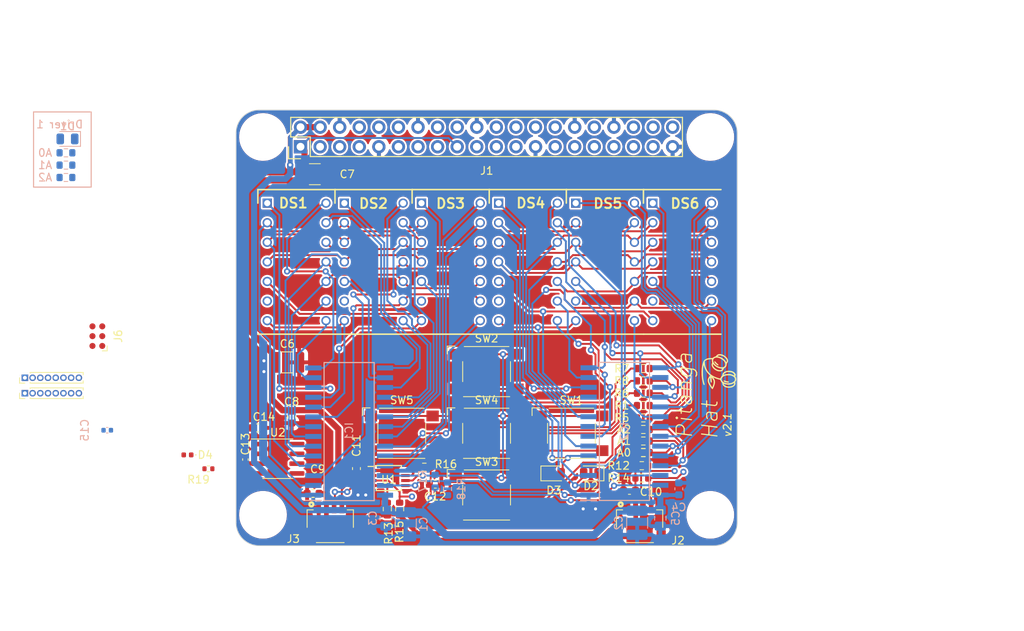
<source format=kicad_pcb>
(kicad_pcb (version 20221018) (generator pcbnew)
  (layers (0 "F.Cu" signal) (1 "In1.Cu" signal) (2 "In2.Cu" signal) (31 "B.Cu" signal) (34 "B.Paste" user) (35 "F.Paste" user) (36 "B.SilkS" user "B.Silkscreen") (37 "F.SilkS" user "F.Silkscreen") (38 "B.Mask" user) (39 "F.Mask" user) (44 "Edge.Cuts" user))
  (net 0 "")
  (net 4 "an15")
  (net 5 "2_an13")
  (net 6 "2_ca0")
  (net 7 "2_ca2")
  (net 8 "2_ca3")
  (net 9 "2_an14")
  (net 11 "2_an15")
  (net 12 "2_an12")
  (net 13 "2_ca6")
  (net 14 "2_ca5")
  (net 15 "2_ca4")
  (net 16 "2_ca1")
  (net 17 "2_an10")
  (net 18 "2_an11")
  (net 19 "2_an8")
  (net 20 "2_an9")
  (net 21 "2_an7")
  (net 22 "2_an5")
  (net 23 "2_an6")
  (net 25 "2_ca7")
  (net 26 "2_an3")
  (net 27 "2_an4")
  (net 28 "2_an2")
  (net 29 "2_an0")
  (net 30 "2_an1")
  (net 32 "ca7")
  (net 33 "GND")
  (net 34 "SDA")
  (net 35 "ca0")
  (net 36 "ca1")
  (net 37 "ca2")
  (net 38 "ca3")
  (net 39 "ca4")
  (net 40 "ca5")
  (net 41 "ca6")
  (net 42 "an13")
  (net 43 "an14")
  (net 44 "an12")
  (net 45 "an10")
  (net 46 "an11")
  (net 47 "an9")
  (net 48 "an8")
  (net 49 "an7")
  (net 50 "an6")
  (net 51 "an5")
  (net 52 "an4")
  (net 53 "an3")
  (net 54 "an2")
  (net 55 "an1")
  (net 56 "an0")
  (net 57 "Net-(D1-K)")
  (net 58 "+3V3")
  (net 59 "sw_ks2")
  (net 60 "Net-(R7-Pad1)")
  (net 61 "Net-(R8-Pad1)")
  (net 62 "JTCK")
  (net 63 "JTMS")
  (net 64 "JNRST")
  (net 65 "+5V")
  (net 66 "5vSCL")
  (net 67 "5vSDA")
  (net 68 "Net-(D2-K)")
  (net 69 "Net-(D4-A)")
  (net 96 "Net-(U1-EN)")
  (net 97 "Net-(J4-Pin_5)")
  (net 98 "Net-(J4-Pin_6)")
  (net 106 "Net-(R1-Pad1)")
  (net 107 "Net-(R5-Pad1)")
  (net 108 "Net-(R6-Pad1)")
  (net 109 "SCL")
  (net 110 "MCU_SDA")
  (footprint "Library:DIPS762W50P254L1850H400Q14N" (layer "F.Cu") (at 173.017 65.15)
    (fp_text reference "DS6")
    (fp_text value "LTP-305G" hide)
  )
  (footprint "Library:DIPS762W50P254L1850H400Q14N" (layer "F.Cu") (at 143.017 65.1496)
    (fp_text reference "DS3")
    (fp_text value "LTP-305G" hide)
  )
  (footprint "Button_Switch_SMD:SW_SPST_Omron_B3FS-105xP" (layer "F.Cu") (at 151.46 95)
    (fp_text reference "SW4")
    (fp_text value "SW_Omron_B3FS")
  )
  (footprint "Capacitor_SMD:C_0603_1608Metric" (layer "F.Cu") (at 169.987 102.4 180)
    (fp_text reference "C10")
    (fp_text value "10uF")
  )
  (footprint "ltp_kikad:JST_SM04B-SRSS-TB(LF)(SN)" (layer "F.Cu") (at 131.187 104.6)
    (fp_text reference "J3")
    (fp_text value "SM04B-SRSS-TB(LF)(SN)")
  )
  (footprint "Diode_SMD:D_0805_2012Metric" (layer "F.Cu") (at 164.987 100.2 180)
    (fp_text reference "D2")
    (fp_text value "1N4148")
  )
  (footprint "Diode_SMD:D_0805_2012Metric" (layer "F.Cu") (at 160.187 100.2)
    (fp_text reference "D3")
    (fp_text value "1N4148")
  )
  (footprint "Resistor_SMD:R_0603_1608Metric" (layer "F.Cu") (at 138.587 104.825 -90)
    (fp_text reference "R13")
    (fp_text value "47k")
  )
  (footprint "Resistor_SMD:R_0603_1608Metric" (layer "F.Cu") (at 171.587 99.2 180)
    (fp_text reference "R12")
    (fp_text value "47k")
  )
  (footprint "Capacitor_SMD:C_0603_1608Metric" (layer "F.Cu") (at 126.187 92.9 90)
    (fp_text reference "C8")
    (fp_text value "0.1uF")
  )
  (footprint "Resistor_SMD:R_0402_1005Metric" (layer "F.Cu") (at 115.387 99.6)
    (fp_text reference "R19")
    (fp_text value "510")
  )
  (footprint "RPi_Hat:RPi_Hat_Mounting_Hole" (layer "F.Cu") (at 122.4668 105.5722 180)
    (fp_text reference "" hide)
    (fp_text value "" hide)
  )
  (footprint "RPi_Hat:RPi_Hat_Mounting_Hole" (layer "F.Cu") (at 180.587 56.6 180)
    (fp_text reference "" hide)
    (fp_text value "" hide)
  )
  (footprint "Button_Switch_SMD:SW_SPST_Omron_B3FS-105xP" (layer "F.Cu") (at 140.46 95)
    (fp_text reference "SW5")
    (fp_text value "SW_Omron_B3FS")
  )
  (footprint "Resistor_SMD:R_0603_1608Metric" (layer "F.Cu") (at 140.187 104.825 -90)
    (fp_text reference "R15")
    (fp_text value "10k")
  )
  (footprint "Package_SO:SOIC-8_3.9x4.9mm_P1.27mm" (layer "F.Cu") (at 124.387 98.3)
    (fp_text reference "U2")
    (fp_text value "STM32G031J6Mx")
  )
  (footprint "Connector_PinHeader_1.00mm:PinHeader_1x08_P1.00mm_Vertical" (layer "F.Cu") (at 91.587 87.8 90)
    (fp_text reference "J4" hide)
    (fp_text value "Conn_01x08_Pin" hide)
  )
  (footprint "Capacitor_SMD:C_0402_1005Metric" (layer "F.Cu") (at 120.187 98.4 -90)
    (fp_text reference "C13")
    (fp_text value "0.1uF")
  )
  (footprint "Library:DIPS762W50P254L1850H400Q14N" (layer "F.Cu") (at 163.017 65.15)
    (fp_text reference "DS5")
    (fp_text value "LTP-305G" hide)
  )
  (footprint "Resistor_SMD:R_0603_1608Metric" (layer "F.Cu") (at 171.787 89.8)
    (fp_text reference "R6")
    (fp_text value "47k")
  )
  (footprint "LED_SMD:LED_0402_1005Metric" (layer "F.Cu") (at 112.672 97.8 180)
    (fp_text reference "D4")
    (fp_text value "LED")
  )
  (footprint "Resistor_SMD:R_0603_1608Metric" (layer "F.Cu") (at 171.787 94.5)
    (fp_text reference "R9" hide)
    (fp_text value "47k")
  )
  (footprint "RPi_Hat:RPi_Hat_Mounting_Hole" (layer "F.Cu") (at 180.4668 105.5722 180)
    (fp_text reference "" hide)
    (fp_text value "" hide)
  )
  (footprint "Library:DIPS762W50P254L1850H400Q14N" (layer "F.Cu") (at 133.017 65.15)
    (fp_text reference "DS2")
    (fp_text value "LTP-305G" hide)
  )
  (footprint "Library:DIPS762W50P254L1850H400Q14N" (layer "F.Cu") (at 123.017 65.15)
    (fp_text reference "DS1")
    (fp_text value "LTP-305G" hide)
  )
  (footprint "RPi_Hat:RPi_Hat_Mounting_Hole" (layer "F.Cu") (at 122.4668 56.5722 180)
    (fp_text reference "" hide)
    (fp_text value "" hide)
  )
  (footprint "Button_Switch_SMD:SW_SPST_Omron_B3FS-105xP" (layer "F.Cu") (at 151.46 87)
    (fp_text reference "SW2")
    (fp_text value "SW_Omron_B3FS")
  )
  (footprint "LOGO" (layer "F.Cu") (at 181.587 87 90)
    (fp_text reference "G***" hide)
    (fp_text value "LOGO" hide)
  )
  (footprint "Capacitor_SMD:C_1210_3225Metric_Pad1.33x2.70mm_HandSolder" (layer "F.Cu") (at 125.587 85.8 180)
    (fp_text reference "C6")
    (fp_text value "15uF")
  )
  (footprint "Capacitor_SMD:C_0603_1608Metric" (layer "F.Cu") (at 144.812 101.6)
    (fp_text reference "C12")
    (fp_text value "0.1uF")
  )
  (footprint "Resistor_SMD:R_0603_1608Metric" (layer "F.Cu") (at 171.587 100.8 180)
    (fp_text reference "R14")
    (fp_text value "10k")
  )
  (footprint "Button_Switch_SMD:SW_SPST_Omron_B3FS-105xP" (layer "F.Cu") (at 162.46 95)
    (fp_text reference "SW1")
    (fp_text value "SW_Omron_B3FS")
  )
  (footprint "Capacitor_SMD:C_0603_1608Metric" (layer "F.Cu") (at 134.587 99.575 90)
    (fp_text reference "C11")
    (fp_text value "0.1uF")
  )
  (footprint "LTP-305G:Pin_Header_Straight_2x20" (layer "F.Cu") (at 151.46 56.57 90)
    (fp_text reference "J1")
    (fp_text value "RPi_GPIO")
  )
  (footprint "Connector:Tag-Connect_TC2030-IDC-NL_2x03_P1.27mm_Vertical" (layer "F.Cu") (at 100.987 82.4 90)
    (fp_text reference "J6")
    (fp_text value "Conn_ARM_SWD_TagConnect_TC2030-NL")
  )
  (footprint "Package_SO:TSSOP-8_3x3mm_P0.65mm" (layer "F.Cu") (at 138.787 100.8)
    (fp_text reference "U1")
    (fp_text value "PCA9306DP")
  )
  (footprint "Resistor_SMD:R_0603_1608Metric" (layer "F.Cu") (at 171.787 91.4)
    (fp_text reference "R1")
    (fp_text value "47k")
  )
  (footprint "Resistor_SMD:R_0603_1608Metric" (layer "F.Cu") (at 143.387 99.4 180)
    (fp_text reference "R16")
    (fp_text value "200k")
  )
  (footprint "Connector_PinHeader_1.00mm:PinHeader_1x08_P1.00mm_Vertical" (layer "F.Cu") (at 91.587 89.8 90)
    (fp_text reference "J5" hide)
    (fp_text value "Conn_01x08_Pin" hide)
  )
  (footprint "Capacitor_SMD:C_1210_3225Metric_Pad1.33x2.70mm_HandSolder" (layer "F.Cu") (at 129.187 61.4 180)
    (fp_text reference "C7")
    (fp_text value "15uF")
  )
  (footprint "Library:DIPS762W50P254L1850H400Q14N" (layer "F.Cu") (at 153.017 65.1496)
    (fp_text reference "DS4")
    (fp_text value "LTP-305G" hide)
  )
  (footprint "Button_Switch_SMD:SW_SPST_Omron_B3FS-105xP" (layer "F.Cu") (at 151.46 103)
    (fp_text reference "SW3")
    (fp_text value "SW_Omron_B3FS")
  )
  (footprint "Resistor_SMD:R_0603_1608Metric" (layer "F.Cu") (at 171.787 96)
    (fp_text reference "R10" hide)
    (fp_text value "47k")
  )
  (footprint "Resistor_SMD:R_0603_1608Metric" (layer "F.Cu") (at 171.787 93)
    (fp_text reference "R5")
    (fp_text value "47k")
  )
  (footprint "Capacitor_SMD:C_0603_1608Metric" (layer "F.Cu") (at 128.962 102.8 180)
    (fp_text reference "C9")
    (fp_text value "10uF")
  )
  (footprint "ltp_kikad:JST_SM04B-SRSS-TB(LF)(SN)" (layer "F.Cu") (at 171.3 104.6)
    (fp_text reference "J2")
    (fp_text value "SM04B-SRSS-TB(LF)(SN)")
  )
  (footprint "Resistor_SMD:R_0603_1608Metric" (layer "F.Cu") (at 171.787 97.5)
    (fp_text reference "R11" hide)
    (fp_text value "47k")
  )
  (footprint "Resistor_SMD:R_0603_1608Metric" (layer "F.Cu") (at 171.787 86.6)
    (fp_text reference "R7")
    (fp_text value "47k")
  )
  (footprint "Capacitor_SMD:C_0603_1608Metric" (layer "F.Cu") (at 121.787 94.3)
    (fp_text reference "C14")
    (fp_text value "4.7uF")
  )
  (footprint "Resistor_SMD:R_0603_1608Metric" (layer "F.Cu") (at 171.787 88.2)
    (fp_text reference "R8")
    (fp_text value "47k")
  )
  (footprint "Holtek:SOIC127P1031X264-28N" (layer "B.Cu") (at 133.637 94.775)
    (fp_text reference locked "IC1")
    (fp_text value "SamacSys_Parts_HT16K33-28SOP" hide)
  )
  (footprint "Capacitor_SMD:C_0805_2012Metric_Pad1.18x1.45mm_HandSolder" (layer "B.Cu") (at 173.987 106 -90)
    (fp_text reference "C5")
    (fp_text value "10uF")
  )
  (footprint "Resistor_SMD:R_0603_1608Metric" (layer "B.Cu") (at 146.387 102.2 -90)
    (fp_text reference "R18")
    (fp_text value "i2c" hide)
  )
  (footprint "Resistor_SMD:R_0603_1608Metric" (layer "B.Cu") (at 96.912 61.825)
    (fp_text reference "R2" hide)
    (fp_text value "47k")
  )
  (footprint "Resistor_SMD:R_0603_1608Metric" (layer "B.Cu") (at 144.787 101.2 -90)
    (fp_text reference "R17")
    (fp_text value "i2c" hide)
  )
  (footprint "Resistor_SMD:R_0603_1608Metric" (layer "B.Cu") (at 96.912 60.225)
    (fp_text reference "R3" hide)
    (fp_text value "47k")
  )
  (footprint "Capacitor_SMD:C_1210_3225Metric_Pad1.33x2.70mm_HandSolder" (layer "B.Cu") (at 170.987 106.6 90)
    (fp_text reference "C2")
    (fp_text value "15uF")
  )
  (footprint "Capacitor_SMD:C_0805_2012Metric_Pad1.18x1.45mm_HandSolder" (layer "B.Cu") (at 138.387 106 -90)
    (fp_text reference "C3")
    (fp_text value "10uF")
  )
  (footprint "Capacitor_SMD:C_1210_3225Metric_Pad1.33x2.70mm_HandSolder" (layer "B.Cu") (at 140.987 106.8 90)
    (fp_text reference "C1")
    (fp_text value "15uF")
  )
  (footprint "Capacitor_SMD:C_0603_1608Metric" (layer "B.Cu") (at 176.387 102.2 90)
    (fp_text reference "C4")
    (fp_text value "10uF")
  )
  (footprint "Resistor_SMD:R_0603_1608Metric" (layer "B.Cu") (at 96.912 58.625)
    (fp_text reference "R4" hide)
    (fp_text value "47k")
  )
  (footprint "Capacitor_SMD:C_0402_1005Metric" (layer "B.Cu") (at 102.267 94.6)
    (fp_text reference "C15")
    (fp_text value "0.1uF")
  )
  (footprint "Holtek:SOIC127P1031X264-28N" (layer "B.Cu") (at 169.337 94.755)
    (fp_text reference "IC2")
    (fp_text value "SamacSys_Parts_HT16K33-28SOP" hide)
  )
  (footprint "Diode_SMD:D_0805_2012Metric" (layer "B.Cu") (at 97.112 56.825 180)
    (fp_text reference "D1")
    (fp_text value "1N4148")
  )
  (gr_rect (start 92.712 53.325) (end 100.187 63.075) (stroke (width 0.15)) (fill none) (layer "B.SilkS"))
  (gr_line (start 183.9668 71.5722) (end 183.9668 56.0722) (stroke (width 0.1)) (layer "Edge.Cuts"))
  (gr_arc (start 183.9668 106.5722) (mid 183.08812 108.69352) (end 180.9668 109.5722) (stroke (width 0.1)) (layer "Edge.Cuts"))
  (gr_line (start 183.9668 90.5722) (end 183.9668 71.5722) (stroke (width 0.1)) (layer "Edge.Cuts"))
  (gr_arc (start 121.9668 109.5722) (mid 119.84548 108.69352) (end 118.9668 106.5722) (stroke (width 0.1)) (layer "Edge.Cuts"))
  (gr_line (start 183.9702 106.5636) (end 183.9702 90.5636) (stroke (width 0.1)) (layer "Edge.Cuts"))
  (gr_arc (start 180.9668 53.0722) (mid 183.08812 53.95088) (end 183.9668 56.0722) (stroke (width 0.1)) (layer "Edge.Cuts"))
  (gr_arc (start 118.9668 56.0722) (mid 119.84548 53.95088) (end 121.9668 53.0722) (stroke (width 0.1)) (layer "Edge.Cuts"))
  (gr_line (start 180.9668 53.0722) (end 121.9668 53.0722) (stroke (width 0.1)) (layer "Edge.Cuts"))
  (gr_line (start 180.9668 109.5722) (end 121.9668 109.5722) (stroke (width 0.1)) (layer "Edge.Cuts"))
  (gr_line (start 118.9668 106.5722) (end 118.9668 56.0722) (stroke (width 0.1)) (layer "Edge.Cuts"))
  (gr_text "   " (at 156.987 61.6) (layer "F.Cu") (effects (font (size 1 1) (thickness 0.1875)) (justify left bottom)))
  (gr_text "Driver 1" (at 99.212 55.525) (layer "B.SilkS") (effects (font (size 1 1)) (justify left bottom mirror)))
  (gr_text locked "Pitanga" (at 178.287 95.8 90) (layer "F.SilkS") (effects (font (size 2 2) (thickness 0.15) italic) (justify left bottom)))
  (gr_text locked "Hat" (at 181.587 95.9 90) (layer "F.SilkS") (effects (font (size 2 2) (thickness 0.15) italic) (justify left bottom)))
  (gr_text locked "v2.1" (at 183.287 95.6 90) (layer "F.SilkS") (effects (font (size 1 1) (thickness 0.15) italic) (justify left bottom)))
  (segment (start 123.017 80.39) (end 123.892 81.265) (width 0.25) (layer "F.Cu") (net 4))
  (segment (start 123.892 81.265) (end 132.142 81.265) (width 0.25) (layer "F.Cu") (net 4))
  (segment (start 132.142 81.265) (end 133.017 80.39) (width 0.25) (layer "F.Cu") (net 4))
  (segment (start 133.017 80.39) (end 133.017 89.77) (width 0.25) (layer "B.Cu") (net 4))
  (segment (start 131.187 91.6) (end 128.987 91.6) (width 0.25) (layer "B.Cu") (net 4))
  (segment (start 133.017 89.77) (end 131.187 91.6) (width 0.25) (layer "B.Cu") (net 4))
  (segment (start 161.787 89.2) (end 157.587006 89.2) (width 0.25) (layer "F.Cu") (net 5))
  (via (at 157.587006 89.2) (size 0.8) (drill 0.4) (layers "F.Cu" "B.Cu") (net 5))
  (via (at 161.787 89.2) (size 0.8) (drill 0.4) (layers "F.Cu" "B.Cu") (net 5))
  (segment (start 161.947 89.04) (end 161.787 89.2) (width 0.25) (layer "B.Cu") (net 5))
  (segment (start 153.017 65.1496) (end 156.187 68.3196) (width 0.25) (layer "B.Cu") (net 5))
  (segment (start 156.187 68.3196) (end 156.187 87.799994) (width 0.25) (layer "B.Cu") (net 5))
  (segment (start 156.187 87.799994) (end 157.587006 89.2) (width 0.25) (layer "B.Cu") (net 5))
  (segment (start 164.687 89.04) (end 161.947 89.04) (width 0.25) (layer "B.Cu") (net 5))
  (segment (start 161.907 68.8) (end 163.017 67.69) (width 0.25) (layer "F.Cu") (net 6))
  (segment (start 153.017 67.6896) (end 154.1274 68.8) (width 0.25) (layer "F.Cu") (net 6))
  (segment (start 164.127 68.8) (end 171.907 68.8) (width 0.25) (layer "F.Cu") (net 6))
  (segment (start 164.0495 100.6175) (end 162.927 101.74) (width 0.25) (layer "F.Cu") (net 6))
  (segment (start 171.907 68.8) (end 173.017 67.69) (width 0.25) (layer "F.Cu") (net 6))
  (segment (start 164.0495 100.2) (end 164.0495 100.6175) (width 0.25) (layer "F.Cu") (net 6))
  (segment (start 154.1274 68.8) (end 161.907 68.8) (width 0.25) (layer "F.Cu") (net 6))
  (segment (start 163.017 67.69) (end 164.127 68.8) (width 0.25) (layer "F.Cu") (net 6))
  (via (at 162.927 101.74) (size 0.8) (drill 0.4) (layers "F.Cu" "B.Cu") (net 6))
  (segment (start 155.787 88.6) (end 155.787 70.4596) (width 0.25) (layer "B.Cu") (net 6))
  (segment (start 160.787 93.6) (end 155.787 88.6) (width 0.25) (layer "B.Cu") (net 6))
  (segment (start 155.787 70.4596) (end 153.017 67.6896) (width 0.25) (layer "B.Cu") (net 6))
  (segment (start 164.687 101.74) (end 162.927 101.74) (width 0.25) (layer "B.Cu") (net 6))
  (segment (start 162.927 101.74) (end 160.787 99.6) (width 0.25) (layer "B.Cu") (net 6))
  (segment (start 160.787 99.6) (end 160.787 93.6) (width 0.25) (layer "B.Cu") (net 6))
  (segment (start 161.647 71.6) (end 163.017 70.23) (width 0.25) (layer "F.Cu") (net 7))
  (segment (start 154.3874 71.6) (end 161.647 71.6) (width 0.25) (layer "F.Cu") (net 7))
  (segment (start 171.847 71.4) (end 173.017 70.23) (width 0.25) (layer "F.Cu") (net 7))
  (segment (start 163.017 70.23) (end 164.187 71.4) (width 0.25) (layer "F.Cu") (net 7))
  (segment (start 164.187 71.4) (end 171.847 71.4) (width 0.25) (layer "F.Cu") (net 7))
  (segment (start 153.017 70.2296) (end 154.3874 71.6) (width 0.25) (layer "F.Cu") (net 7))
  (segment (start 163.017 71.23) (end 163.017 70.23) (width 0.25) (layer "B.Cu") (net 7))
  (segment (start 166.987 99.2) (end 168.987 97.2) (width 0.25) (layer "B.Cu") (net 7))
  (segment (start 168.987 77.2) (end 163.017 71.23) (width 0.25) (layer "B.Cu") (net 7))
  (segment (start 168.987 97.2) (end 168.987 77.2) (width 0.25) (layer "B.Cu") (net 7))
  (segment (start 164.687 99.2) (end 166.987 99.2) (width 0.25) (layer "B.Cu") (net 7))
  (segment (start 153.017 72.7696) (end 154.4474 74.2) (width 0.25) (layer "F.Cu") (net 8))
  (segment (start 159.987 98.2) (end 161.987 98.2) (width 0.25) (layer "F.Cu") (net 8))
  (segment (start 163.907 73.66) (end 172.127 73.66) (width 0.25) (layer "F.Cu") (net 8))
  (segment (start 161.3245 98.8625) (end 161.3245 100.8) (width 0.25) (layer "F.Cu") (net 8))
  (segment (start 161.987 98.2) (end 161.3245 98.8625) (width 0.25) (layer "F.Cu") (net 8))
  (segment (start 172.127 73.66) (end 173.017 72.77) (width 0.25) (layer "F.Cu") (net 8))
  (segment (start 154.4474 74.2) (end 161.587 74.2) (width 0.25) (layer "F.Cu") (net 8))
  (segment (start 161.587 74.2) (end 163.017 72.77) (width 0.25) (layer "F.Cu") (net 8))
  (segment (start 163.017 72.77) (end 163.907 73.66) (width 0.25) (layer "F.Cu") (net 8))
  (via (at 161.987 98.2) (size 0.8) (drill 0.4) (layers "F.Cu" "B.Cu") (net 8))
  (via (at 159.987 98.2) (size 0.8) (drill 0.4) (layers "F.Cu" "B.Cu") (net 8))
  (segment (start 162.257 97.93) (end 164.687 97.93) (width 0.25) (layer "B.Cu") (net 8))
  (segment (start 155.387 88.765686) (end 155.387 75.1396) (width 0.25) (layer "B.Cu") (net 8))
  (segment (start 159.987 98.2) (end 159.987 93.365686) (width 0.25) (layer "B.Cu") (net 8))
  (segment (start 161.987 98.2) (end 162.257 97.93) (width 0.25) (layer "B.Cu") (net 8))
  (segment (start 155.387 75.1396) (end 153.017 72.7696) (width 0.25) (layer "B.Cu") (net 8))
  (segment (start 159.987 93.365686) (end 155.387 88.765686) (width 0.25) (layer "B.Cu") (net 8))
  (segment (start 158.787 79.2) (end 156.9074 79.2) (width 0.25) (layer "F.Cu") (net 9))
  (segment (start 156.9074 79.2) (end 153.017 75.3096) (width 0.25) (layer "F.Cu") (net 9))
  (segment (start 171.827 79.2) (end 158.787 79.2) (width 0.25) (layer "F.Cu") (net 9))
  (segment (start 173.017 80.39) (end 171.827 79.2) (width 0.25) (layer "F.Cu") (net 9))
  (via (at 158.787 79.2) (size 0.8) (drill 0.4) (layers "F.Cu" "B.Cu") (net 9))
  (segment (start 161.942405 90.31) (end 158.787 87.154595) (width 0.25) (layer "B.Cu") (net 9))
  (segment (start 158.787 87.154595) (end 158.787 79.2) (width 0.25) (layer "B.Cu") (net 9))
  (segment (start 164.687 90.31) (end 161.942405 90.31) (width 0.25) (layer "B.Cu") (net 9))
  (segment (start 153.017 80.3896) (end 153.892 81.2646) (width 0.25) (layer "F.Cu") (net 11))
  (segment (start 158.187 81.2646) (end 162.1424 81.2646) (width 0.25) (layer "F.Cu") (net 11))
  (segment (start 153.892 81.2646) (end 158.187 81.2646) (width 0.25) (layer "F.Cu") (net 11))
  (segment (start 162.1424 81.2646) (end 163.017 80.39) (width 0.25) (layer "F.Cu") (net 11))
  (via (at 158.1125 81.2646) (size 0.8) (drill 0.4) (layers "F.Cu" "B.Cu") (net 11))
  (segment (start 158.187 81.2646) (end 158.1125 81.2646) (width 0.25) (layer "B.Cu") (net 11))
  (segment (start 158.187 87.120281) (end 158.187 81.2646) (width 0.25) (layer "B.Cu") (net 11))
  (segment (start 164.687 91.58) (end 162.646719 91.58) (width 0.25) (layer "B.Cu") (net 11))
  (segment (start 162.646719 91.58) (end 158.187 87.120281) (width 0.25) (layer "B.Cu") (net 11))
  (segment (start 163.157 87.77) (end 162.187 86.8) (width 0.25) (layer "B.Cu") (net 12))
  (segment (start 162.187 86.8) (end 162.187 82.8) (width 0.25) (layer "B.Cu") (net 12))
  (segment (start 164.687 87.77) (end 163.157 87.77) (width 0.25) (layer "B.Cu") (net 12))
  (segment (start 160.637 81.25) (end 160.637 80.3896) (width 0.25) (layer "B.Cu") (net 12))
  (segment (start 162.187 82.8) (end 160.637 81.25) (width 0.25) (layer "B.Cu") (net 12))
  (segment (start 165.987 84.245405) (end 165.141595 83.4) (width 0.25) (layer "F.Cu") (net 13))
  (segment (start 165.141595 83.4) (end 163.387 83.4) (width 0.25) (layer "F.Cu") (net 13))
  (segment (start 165.987 86.6) (end 165.987 84.245405) (width 0.25) (layer "F.Cu") (net 13))
  (segment (start 166.787 87.4) (end 165.987 86.6) (width 0.25) (layer "F.Cu") (net 13))
  (via (at 166.787 87.4) (size 0.8) (drill 0.4) (layers "F.Cu" "B.Cu") (net 13))
  (via (at 163.387 83.4) (size 0.8) (drill 0.4) (layers "F.Cu" "B.Cu") (net 13))
  (segment (start 160.637 77.8496) (end 160.637 77.85) (width 0.25) (layer "B.Cu") (net 13))
  (segment (start 161.987 82) (end 163.387 83.4) (width 0.25) (layer "B.Cu") (net 13))
  (segment (start 166.787 87.4) (end 166.787 93.8) (width 0.25) (layer "B.Cu") (net 13))
  (segment (start 166.787 93.8) (end 166.467 94.12) (width 0.25) (layer "B.Cu") (net 13))
  (segment (start 161.987 79.2) (end 161.987 82) (width 0.25) (layer "B.Cu") (net 13))
  (segment (start 160.637 77.85) (end 161.987 79.2) (width 0.25) (layer "B.Cu") (net 13))
  (segment (start 166.467 94.12) (end 164.687 94.12) (width 0.25) (layer "B.Cu") (net 13))
  (segment (start 169.587 76.6) (end 170.637 75.55) (width 0.25) (layer "F.Cu") (net 14))
  (segment (start 170.637 75.55) (end 170.637 75.31) (width 0.25) (layer "F.Cu") (net 14))
  (segment (start 170.637 75.31) (end 171.747 74.2) (width 0.25) (layer "F.Cu") (net 14))
  (segment (start 171.747 74.2) (end 179.587 74.2) (width 0.25) (layer "F.Cu") (net 14))
  (segment (start 161.9274 76.6) (end 169.587 76.6) (width 0.25) (layer "F.Cu") (net 14))
  (segment (start 179.587 74.2) (end 180.637 75.25) (width 0.25) (layer "F.Cu") (net 14))
  (segment (start 180.637 75.25) (end 180.637 75.31) (width 0.25) (layer "F.Cu") (net 14))
  (segment (start 167.387 89) (end 165.587 87.2) (width 0.25) (layer "F.Cu") (net 14))
  (segment (start 167.4615 89) (end 167.387 89) (width 0.25) (layer "F.Cu") (net 14))
  (segment (start 165.587 87.2) (end 165.587 84.8) (width 0.25) (layer "F.Cu") (net 14))
  (segment (start 160.637 75.3096) (end 161.9274 76.6) (width 0.25) (layer "F.Cu") (net 14))
  (segment (start 165.587 84.8) (end 164.987 84.2) (width 0.25) (layer "F.Cu") (net 14))
  (via (at 167.4615 89) (size 0.8) (drill 0.4) (layers "F.Cu" "B.Cu") (net 14))
  (via (at 164.987 84.2) (size 0.8) (drill 0.4) (layers "F.Cu" "B.Cu") (net 14))
  (segment (start 167.4615 89) (end 167.4615 94.3255) (width 0.25) (layer "B.Cu") (net 14))
  (segment (start 164.987 81.057438) (end 164.987 84.2) (width 0.25) (layer "B.Cu") (net 14))
  (segment (start 167.4615 94.3255) (end 166.397 95.39) (width 0.25) (layer "B.Cu") (net 14))
  (segment (start 161.587 76.2596) (end 161.587 77.657438) (width 0.25) (layer "B.Cu") (net 14))
  (segment (start 160.637 75.3096) (end 161.587 76.2596) (width 0.25) (layer "B.Cu") (net 14))
  (segment (start 161.587 77.657438) (end 164.987 81.057438) (width 0.25) (layer "B.Cu") (net 14))
  (segment (start 166.397 95.39) (end 164.687 95.39) (width 0.25) (layer "B.Cu") (net 14))
  (segment (start 170.637 72.77) (end 171.217 72.77) (width 0.25) (layer "F.Cu") (net 15))
  (segment (start 179.667 71.8) (end 180.637 72.77) (width 0.25) (layer "F.Cu") (net 15))
  (segment (start 160.637 72.7696) (end 161.779962 72.7696) (width 0.25) (layer "F.Cu") (net 15))
  (segment (start 161.779962 72.7696) (end 162.654562 71.895) (width 0.25) (layer "F.Cu") (net 15))
  (segment (start 171.217 72.77) (end 172.187 71.8) (width 0.25) (layer "F.Cu") (net 15))
  (segment (start 162.654562 71.895) (end 169.762 71.895) (width 0.25) (layer "F.Cu") (net 15))
  (segment (start 169.762 71.895) (end 170.637 72.77) (width 0.25) (layer "F.Cu") (net 15))
  (segment (start 172.187 71.8) (end 179.667 71.8) (width 0.25) (layer "F.Cu") (net 15))
  (segment (start 156.987 87.07972) (end 161.647 91.73972) (width 0.25) (layer "B.Cu") (net 15))
  (segment (start 163.047 96.66) (end 164.687 96.66) (width 0.25) (layer "B.Cu") (net 15))
  (segment (start 161.647 95.26) (end 163.047 96.66) (width 0.25) (layer "B.Cu") (net 15))
  (segment (start 156.987 76.4196) (end 156.987 87.07972) (width 0.25) (layer "B.Cu") (net 15))
  (segment (start 161.647 91.73972) (end 161.647 95.26) (width 0.25) (layer "B.Cu") (net 15))
  (segment (start 160.637 72.7696) (end 156.987 76.4196) (width 0.25) (layer "B.Cu") (net 15))
  (segment (start 170.637 70.23) (end 169.7616 69.3546) (width 0.25) (layer "F.Cu") (net 16))
  (segment (start 169.7616 69.3546) (end 161.512 69.3546) (width 0.25) (layer "F.Cu") (net 16))
  (segment (start 161.512 69.3546) (end 160.637 70.2296) (width 0.25) (layer "F.Cu") (net 16))
  (segment (start 179.762 69.355) (end 171.512 69.355) (width 0.25) (layer "F.Cu") (net 16))
  (segment (start 171.512 69.355) (end 170.637 70.23) (width 0.25) (layer "F.Cu") (net 16))
  (segment (start 180.637 70.23) (end 179.762 69.355) (width 0.25) (layer "F.Cu") (net 16))
  (segment (start 161.187 91.845405) (end 161.187 98.706627) (width 0.25) (layer "B.Cu") (net 16))
  (segment (start 161.187 98.706627) (end 162.950373 100.47) (width 0.25) (layer "B.Cu") (net 16))
  (segment (start 156.587 87.245405) (end 161.187 91.845405) (width 0.25) (layer "B.Cu") (net 16))
  (segment (start 156.587 74.2796) (end 156.587 87.245405) (width 0.25) (layer "B.Cu") (net 16))
  (segment (start 162.950373 100.47) (end 164.687 100.47) (width 0.25) (layer "B.Cu") (net 16))
  (segment (start 160.637 70.2296) (end 156.587 74.2796) (width 0.25) (layer "B.Cu") (net 16))
  (segment (start 176.32963 86.05737) (end 177.662 87.38974) (width 0.25) (layer "F.Cu") (net 17))
  (segment (start 176.352685 91.8) (end 175.287 91.8) (width 0.25) (layer "F.Cu") (net 17))
  (segment (start 174.087 93) (end 172.612 93) (width 0.25) (layer "F.Cu") (net 17))
  (segment (start 173.787 83.6) (end 168.312 83.6) (width 0.25) (layer "F.Cu") (net 17))
  (segment (start 177.662 87.38974) (end 177.662 90.490686) (width 0.25) (layer "F.Cu") (net 17))
  (segment (start 177.662 90.490686) (end 176.352685 91.8) (width 0.25) (layer "F.Cu") (net 17))
  (segment (start 176.32963 86.05737) (end 176.24437 86.05737) (width 0.25) (layer "F.Cu") (net 17))
  (segment (start 176.24437 86.05737) (end 173.787 83.6) (width 0.25) (layer "F.Cu") (net 17))
  (segment (start 175.287 91.8) (end 174.087 93) (width 0.25) (layer "F.Cu") (net 17))
  (via (at 168.312 83.6) (size 0.8) (drill 0.4) (layers "F.Cu" "B.Cu") (net 17))
  (via (at 176.32963 86.05737) (size 0.8) (drill 0.4) (layers "F.Cu" "B.Cu") (net 17))
  (segment (start 162.142 73.197562) (end 168.187 79.242562) (width 0.25) (layer "B.Cu") (net 17))
  (segment (start 168.187 79.242562) (end 168.187 83.475) (width 0.25) (layer "B.Cu") (net 17))
  (segment (start 162.142 69.1946) (end 162.142 73.197562) (width 0.25) (layer "B.Cu") (net 17))
  (segment (start 168.187 83.475) (end 168.312 83.6) (width 0.25) (layer "B.Cu") (net 17))
  (segment (start 176.32963 86.05737) (end 175.887 86.5) (width 0.25) (layer "B.Cu") (net 17))
  (segment (start 160.637 67.6896) (end 162.142 69.1946) (width 0.25) (layer "B.Cu") (net 17))
  (segment (start 175.887 86.5) (end 173.987 86.5) (width 0.25) (layer "B.Cu") (net 17))
  (segment (start 174.152685 85.4) (end 176.862 88.109315) (width 0.25) (layer "F.Cu") (net 18))
  (segment (start 166.787 84.554595) (end 167.632405 85.4) (width 0.25) (layer "F.Cu") (net 18))
  (segment (start 174.187 89.8) (end 172.612 89.8) (width 0.25) (layer "F.Cu") (net 18))
  (segment (start 175.387 91) (end 174.187 89.8) (width 0.25) (layer "F.Cu") (net 18))
  (segment (start 176.862 88.109315) (end 176.862 90.125) (width 0.25) (layer "F.Cu") (net 18))
  (segment (start 166.787 83.8) (end 166.787 84.554595) (width 0.25) (layer "F.Cu") (net 18))
  (segment (start 176.862 90.125) (end 175.987 91) (width 0.25) (layer "F.Cu") (net 18))
  (segment (start 175.987 91) (end 175.387 91) (width 0.25) (layer "F.Cu") (net 18))
  (segment (start 167.632405 85.4) (end 174.152685 85.4) (width 0.25) (layer "F.Cu") (net 18))
  (via (at 166.787 83.8) (size 0.8) (drill 0.4) (layers "F.Cu" "B.Cu") (net 18))
  (segment (start 166.487 86.5) (end 164.687 86.5) (width 0.25) (layer "B.Cu") (net 18))
  (segment (start 160.637 65.1496) (end 159.762 66.0246) (width 0.25) (layer "B.Cu") (net 18))
  (segment (start 159.762 66.0246) (end 159.762 68.117162) (width 0.25) (layer "B.Cu") (net 18))
  (segment (start 161.742 73.755) (end 161.787 73.8) (width 0.25) (layer "B.Cu") (net 18))
  (segment (start 161.787 75.382562) (end 166.787 80.382562) (width 0.25) (layer "B.Cu") (net 18))
  (segment (start 161.742 70.097162) (end 161.742 73.755) (width 0.25) (layer "B.Cu") (net 18))
  (segment (start 166.787 86.2) (end 166.487 86.5) (width 0.25) (layer "B.Cu") (net 18))
  (segment (start 161.787 73.8) (end 161.787 75.382562) (width 0.25) (layer "B.Cu") (net 18))
  (segment (start 159.762 68.117162) (end 161.742 70.097162) (width 0.25) (layer "B.Cu") (net 18))
  (segment (start 166.787 80.382562) (end 166.787 86.2) (width 0.25) (layer "B.Cu") (net 18))
  (segment (start 172.612 88.2) (end 174.787 88.2) (width 0.25) (layer "F.Cu") (net 19))
  (segment (start 174.787 88.2) (end 175.587 89) (width 0.25) (layer "F.Cu") (net 19))
  (via (at 175.587 89) (size 0.8) (drill 0.4) (layers "F.Cu" "B.Cu") (net 19))
  (segment (start 173.375628 76.8) (end 172.221315 76.8) (width 0.25) (layer "B.Cu") (net 19))
  (segment (start 173.987 89.04) (end 176.547 89.04) (width 0.25) (layer "B.Cu") (net 19))
  (segment (start 177.787 81.211372) (end 173.375628 76.8) (width 0.25) (layer "B.Cu") (net 19))
  (segment (start 171.587 67.402562) (end 169.334438 65.15) (width 0.25) (layer "B.Cu") (net 19))
  (segment (start 171.587 76.165685) (end 171.587 67.402562) (width 0.25) (layer "B.Cu") (net 19))
  (segment (start 172.221315 76.8) (end 171.587 76.165685) (width 0.25) (layer "B.Cu") (net 19))
  (segment (start 177.787 87.8) (end 177.787 81.211372) (width 0.25) (layer "B.Cu") (net 19))
  (segment (start 176.547 89.04) (end 177.787 87.8) (width 0.25) (layer "B.Cu") (net 19))
  (segment (start 169.334438 65.15) (end 163.017 65.15) (width 0.25) (layer "B.Cu") (net 19))
  (segment (start 172.612 91.4) (end 176.187 91.4) (width 0.25) (layer "F.Cu") (net 20))
  (segment (start 176.187 91.4) (end 177.262 90.325) (width 0.25) (layer "F.Cu") (net 20))
  (segment (start 173.955809 84.637438) (end 171.387 84.637438) (width 0.25) (layer "F.Cu") (net 20))
  (segment (start 171.387 84.637438) (end 171.349562 84.6) (width 0.25) (layer "F.Cu") (net 20))
  (segment (start 171.349562 84.6) (end 167.787 84.6) (width 0.25) (layer "F.Cu") (net 20))
  (segment (start 177.262 87.943629) (end 173.955809 84.637438) (width 0.25) (layer "F.Cu") (net 20))
  (segment (start 177.262 90.325) (end 177.262 87.943629) (width 0.25) (layer "F.Cu") (net 20))
  (via (at 167.787 84.6) (size 0.8) (drill 0.4) (layers "F.Cu" "B.Cu") (net 20))
  (via (at 171.387 84.637438) (size 0.8) (drill 0.4) (layers "F.Cu" "B.Cu") (net 20))
  (segment (start 167.512 84.325) (end 167.787 84.6) (width 0.25) (layer "B.Cu") (net 20))
  (segment (start 172.007 87.77) (end 173.987 87.77) (width 0.25) (layer "B.Cu") (net 20))
  (segment (start 163.017 75.31) (end 167.512 79.805) (width 0.25) (layer "B.Cu") (net 20))
  (segment (start 171.387 84.637438) (end 171.387 87.15) (width 0.25) (layer "B.Cu") (net 20))
  (segment (start 171.387 87.15) (end 172.007 87.77) (width 0.25) (layer "B.Cu") (net 20))
  (segment (start 167.512 79.805) (end 167.512 84.325) (width 0.25) (layer "B.Cu") (net 20))
  (segment (start 176.262 88.075) (end 174.787 86.6) (width 0.25) (layer "F.Cu") (net 21))
  (segment (start 176.262 89.771112) (end 176.262 88.075) (width 0.25) (layer "F.Cu") (net 21))
  (segment (start 175.847306 90.185806) (end 176.262 89.771112) (width 0.25) (layer "F.Cu") (net 21))
  (segment (start 174.787 86.6) (end 172.612 86.6) (width 0.25) (layer "F.Cu") (net 21))
  (via (at 175.847306 90.185806) (size 0.8) (drill 0.4) (layers "F.Cu" "B.Cu") (net 21))
  (segment (start 175.723112 90.31) (end 173.987 90.31) (width 0.25) (layer "B.Cu") (net 21))
  (segment (start 171.897 90.31) (end 170.637 89.05) (width 0.25) (layer "B.Cu") (net 21))
  (segment (start 173.987 90.31) (end 171.897 90.31) (width 0.25) (layer "B.Cu") (net 21))
  (segment (start 175.847306 90.185806) (end 175.723112 90.31) (width 0.25) (layer "B.Cu") (net 21))
  (segment (start 170.637 89.05) (end 170.637 80.39) (width 0.25) (layer "B.Cu") (net 21))
  (segment (start 169.387 90.4) (end 169.387 68.94) (width 0.25) (layer "B.Cu") (net 22))
  (segment (start 171.837 92.85) (end 169.387 90.4) (width 0.25) (layer "B.Cu") (net 22))
  (segment (start 173.987 92.85) (end 171.837 92.85) (width 0.25) (layer "B.Cu") (net 22))
  (segment (start 169.387 68.94) (end 170.637 67.69) (width 0.25) (layer "B.Cu") (net 22))
  (segment (start 178.187 81.045686) (end 178.187 90.6) (width 0.25) (layer "B.Cu") (net 23))
  (segment (start 171.987 66.5) (end 171.987 76) (width 0.25) (layer "B.Cu") (net 23))
  (segment (start 177.207 91.58) (end 173.987 91.58) (width 0.25) (layer "B.Cu") (net 23))
  (segment (start 170.637 65.15) (end 171.987 66.5) (width 0.25) (layer "B.Cu") (net 23))
  (segment (start 171.987 76) (end 172.387 76.4) (width 0.25) (layer "B.Cu") (net 23))
  (segment (start 178.187 90.6) (end 177.207 91.58) (width 0.25) (layer "B.Cu") (net 23))
  (segment (start 172.387 76.4) (end 173.541313 76.4) (width 0.25) (layer "B.Cu") (net 23))
  (segment (start 173.541313 76.4) (end 178.187 81.045686) (width 0.25) (layer "B.Cu") (net 23))
  (segment (start 161.587 77) (end 160.987 76.4) (width 0.25) (layer "F.Cu") (net 25))
  (segment (start 169.762 78.725) (end 162.654562 78.725) (width 0.25) (layer "F.Cu") (net 25))
  (segment (start 179.762 78.725) (end 180.637 77.85) (width 0.25) (layer "F.Cu") (net 25))
  (segment (start 170.637 77.85) (end 169.762 78.725) (width 0.25) (layer "F.Cu") (net 25))
  (segment (start 170.637 77.85) (end 171.512 78.725) (width 0.25) (layer "F.Cu") (net 25))
  (segment (start 162.654562 78.725) (end 161.587 77.657438) (width 0.25) (layer "F.Cu") (net 25))
  (segment (start 160.987 76.4) (end 159.187 76.4) (width 0.25) (layer "F.Cu") (net 25))
  (segment (start 171.512 78.725) (end 179.762 78.725) (width 0.25) (layer "F.Cu") (net 25))
  (segment (start 161.587 77.657438) (end 161.587 77) (width 0.25) (layer "F.Cu") (net 25))
  (via (at 159.187 76.4) (size 0.8) (drill 0.4) (layers "F.Cu" "B.Cu") (net 25))
  (segment (start 164.687 92.85) (end 163.322966 92.85) (width 0.25) (layer "B.Cu") (net 25))
  (segment (start 163.322966 92.85) (end 157.387 86.914034) (width 0.25) (layer "B.Cu") (net 25))
  (segment (start 157.387 86.914034) (end 157.387 78.2) (width 0.25) (layer "B.Cu") (net 25))
  (segment (start 157.387 78.2) (end 159.187 76.4) (width 0.25) (layer "B.Cu") (net 25))
  (segment (start 174.387 76.114314) (end 178.987 80.714314) (width 0.25) (layer "B.Cu") (net 26))
  (segment (start 178.987 92.8) (end 176.397 95.39) (width 0.25) (layer "B.Cu") (net 26))
  (segment (start 174.387 66.52) (end 174.387 76.114314) (width 0.25) (layer "B.Cu") (net 26))
  (segment (start 178.987 80.714314) (end 178.987 92.8) (width 0.25) (layer "B.Cu") (net 26))
  (segment (start 176.397 95.39) (end 173.987 95.39) (width 0.25) (layer "B.Cu") (net 26))
  (segment (start 173.017 65.15) (end 174.387 66.52) (width 0.25) (layer "B.Cu") (net 26))
  (segment (start 178.587 80.88) (end 178.587 92) (width 0.25) (layer "B.Cu") (net 27))
  (segment (start 176.467 94.12) (end 173.987 94.12) (width 0.25) (layer "B.Cu") (net 27))
  (segment (start 173.017 75.31) (end 178.587 80.88) (width 0.25) (layer "B.Cu") (net 27))
  (segment (start 178.587 92) (end 176.467 94.12) (width 0.25) (layer "B.Cu") (net 27))
  (segment (start 174.747 97.5) (end 175.587 96.66) (width 0.25) (layer "F.Cu") (net 28))
  (segment (start 172.612 97.5) (end 174.747 97.5) (width 0.25) (layer "F.Cu") (net 28))
  (via (at 175.587 96.66) (size 0.8) (drill 0.4) (layers "F.Cu" "B.Cu") (net 28))
  (segment (start 180.387 80.64) (end 180.387 92.6) (width 0.25) (layer "B.Cu") (net 28))
  (segment (start 180.387 92.6) (end 176.327 96.66) (width 0.25) (layer "B.Cu") (net 28))
  (segment (start 176.327 96.66) (end 175.587 96.66) (width 0.25) (layer "B.Cu") (net 28))
  (segment (start 175.587 96.66) (end 173.987 96.66) (width 0.25) (layer "B.Cu") (net 28))
  (segment (start 180.637 80.39) (end 180.387 80.64) (width 0.25) (layer "B.Cu") (net 28))
  (segment (start 172.612 94.5) (end 174.94728 94.5) (width 0.25) (layer "F.Cu") (net 29))
  (segment (start 174.94728 94.5) (end 176.963512 96.516232) (width 0.25) (layer "F.Cu") (net 29))
  (segment (start 176.963512 96.516232) (end 176.963512 98.423488) (width 0.25) (layer "F.Cu") (net 29))
  (segment (start 176.963512 98.423488) (end 176.887 98.5) (width 0.25) (layer "F.Cu") (net 29))
  (via (at 176.887 98.5) (size 0.8) (drill 0.4) (layers "F.Cu" "B.Cu") (net 29))
  (segment (start 182.387 93) (end 176.187 99.2) (width 0.25) (layer "B.Cu") (net 29))
  (segment (start 178.787 77.834314) (end 179.677686 78.725) (width 0.25) (layer "B.Cu") (net 29))
  (segment (start 178.787 69.54) (end 178.787 77.834314) (width 0.25) (layer "B.Cu") (net 29))
  (segment (start 176.187 99.2) (end 173.987 99.2) (width 0.25) (layer "B.Cu") (net 29))
  (segment (start 179.677686 78.725) (end 181.412 78.725) (width 0.25) (layer "B.Cu") (net 29))
  (segment (start 181.412 78.725) (end 182.387 79.7) (width 0.25) (layer "B.Cu") (net 29))
  (segment (start 180.637 67.69) (end 178.787 69.54) (width 0.25) (layer "B.Cu") (net 29))
  (segment (start 182.387 79.7) (end 182.387 93) (width 0.25) (layer "B.Cu") (net 29))
  (segment (start 176.288512 96.406917) (end 176.288512 97.3345) (width 0.25) (layer "F.Cu") (net 30))
  (segment (start 175.866595 95.985) (end 176.288512 96.406917) (width 0.25) (layer "F.Cu") (net 30))
  (segment (start 172.612 96) (end 172.627 95.985) (width 0.25) (layer "F.Cu") (net 30))
  (segment (start 172.627 95.985) (end 175.866595 95.985) (width 0.25) (layer "F.Cu") (net 30))
  (via (at 176.288512 97.3345) (size 0.8) (drill 0.4) (layers "F.Cu" "B.Cu") (net 30))
  (segment (start 181.987 91.565685) (end 175.622685 97.93) (width 0.25) (layer "B.Cu") (net 30))
  (segment (start 179.512 79.125) (end 181.246314 79.125) (width 0.25) (layer "B.Cu") (net 30))
  (segment (start 178.387 78) (end 179.512 79.125) (width 0.25) (layer "B.Cu") (net 30))
  (segment (start 181.246314 79.125) (end 181.987 79.865686) (width 0.25) (layer "B.Cu") (net 30))
  (segment (start 178.387 67.4) (end 178.387 78) (width 0.25) (layer "B.Cu") (net 30))
  (segment (start 181.987 79.865686) (end 181.987 91.565685) (width 0.25) (layer "B.Cu") (net 30))
  (segment (start 180.637 65.15) (end 178.387 67.4) (width 0.25) (layer "B.Cu") (net 30))
  (segment (start 175.622685 97.93) (end 173.987 97.93) (width 0.25) (layer "B.Cu") (net 30))
  (segment (start 141.5124 76.9746) (end 149.762 76.9746) (width 0.25) (layer "F.Cu") (net 32))
  (segment (start 140.637 77.85) (end 140.087 78.4) (width 0.25) (layer "F.Cu") (net 32))
  (segment (start 134.587 78.4) (end 134.187 78.8) (width 0.25) (layer "F.Cu") (net 32))
  (segment (start 149.762 76.9746) (end 150.637 77.8496) (width 0.25) (layer "F.Cu") (net 32))
  (segment (start 140.087 78.4) (end 134.587 78.4) (width 0.25) (layer "F.Cu") (net 32))
  (segment (start 140.637 77.85) (end 141.5124 76.9746) (width 0.25) (layer "F.Cu") (net 32))
  (via (at 134.187 78.8) (size 0.8) (drill 0.4) (layers "F.Cu" "B.Cu") (net 32))
  (segment (start 132.082686 92.87) (end 134.187 90.765686) (width 0.25) (layer "B.Cu") (net 32))
  (segment (start 128.987 92.87) (end 132.082686 92.87) (width 0.25) (layer "B.Cu") (net 32))
  (segment (start 134.187 90.765686) (end 134.187 78.8) (width 0.25) (layer "B.Cu") (net 32))
  (segment (start 169.187 103.6) (end 169.212 103.575) (width 0.6) (layer "F.Cu") (net 33))
  (segment (start 169.187 103.987) (end 169.187 103.6) (width 0.6) (layer "F.Cu") (net 33))
  (segment (start 169.8 104.6) (end 169.187 103.987) (width 0.6) (layer "F.Cu") (net 33))
  (segment (start 169.212 103.575) (end 169.212 102.4) (width 0.6) (layer "F.Cu") (net 33))
  (via (at 134.787 103) (size 0.8) (drill 0.4) (layers "F.Cu" "B.Cu") (net 33))
  (via (at 135.787 103) (size 0.8) (drill 0.4) (layers "F.Cu" "B.Cu") (net 33))
  (via (at 165.587 104.8) (size 0.8) (drill 0.4) (layers "F.Cu" "B.Cu") (net 33))
  (via (at 122.587 87) (size 0.8) (drill 0.4) (layers "F.Cu" "B.Cu") (net 33))
  (via (at 163.987 104.8) (size 0.8) (drill 0.4) (layers "F.Cu" "B.Cu") (net 33))
  (via (at 122.587 85.6) (size 0.8) (drill 0.4) (layers "F.Cu" "B.Cu") (net 33))
  (segment (start 136.637 101.775) (end 138.362 101.775) (width 0.25) (layer "F.Cu") (net 34))
  (segment (start 171.5 104.3) (end 171.5 99.887) (width 0.25) (layer "F.Cu") (net 34))
  (segment (start 136.637 101.775) (end 134.212 101.775) (width 0.25) (layer "F.Cu") (net 34))
  (segment (start 171.501798 99.885202) (end 175.839048 99.885202) (width 0.25) (layer "F.Cu") (net 34))
  (segment (start 171.5 99.887) (end 171.501798 99.885202) (width 0.25) (layer "F.Cu") (net 34))
  (segment (start 131.787 102.6) (end 131.787 104.5) (width 0.25) (layer "F.Cu") (net 34))
  (segment (start 134.212 101.775) (end 133.387 102.6) (width 0.25) (layer "F.Cu") (net 34))
  (segment (start 171.8 104.6) (end 171.5 104.3) (width 0.25) (layer "F.Cu") (net 34))
  (segment (start 138.362 101.775) (end 138.587 102) (width 0.25) (layer "F.Cu") (net 34))
  (segment (start 131.787 104.5) (end 131.687 104.6) (width 0.25) (layer "F.Cu") (net 34))
  (segment (start 138.587 102) (end 138.587 104) (width 0.25) (layer "F.Cu") (net 34))
  (segment (start 175.839048 99.885202) (end 175.843435 99.889589) (width 0.25) (layer "F.Cu") (net 34))
  (via (at 133.387 102.6) (size 0.8) (drill 0.4) (layers "F.Cu" "B.Cu") (net 34))
  (via (at 175.843435 99.889589) (size 0.8) (drill 0.4) (layers "F.Cu" "B.Cu") (net 34))
  (via (at 131.787 102.6) (size 0.8) (drill 0.4) (layers "F.Cu" "B.Cu") (net 34))
  (segment (start 133.387 102.6) (end 131.787 102.6) (width 0.25) (layer "B.Cu") (net 34))
  (segment (start 124.127 68.8) (end 131.907 68.8) (width 0.25) (layer "F.Cu") (net 35))
  (segment (start 141.9066 68.8) (end 143.017 67.6896) (width 0.25) (layer "F.Cu") (net 35))
  (segment (start 131.907 68.8) (end 133.017 67.69) (width 0.25) (layer "F.Cu") (net 35))
  (segment (start 123.017 67.69) (end 124.127 68.8) (width 0.25) (layer "F.Cu") (net 35))
  (segment (start 133.017 67.69) (end 134.127 68.8) (width 0.25) (layer "F.Cu") (net 35))
  (segment (start 134.127 68.8) (end 141.9066 68.8) (width 0.25) (layer "F.Cu") (net 35))
  (segment (start 121.987 81.6) (end 121.987 68.72) (width 0.25) (layer "B.Cu") (net 35))
  (segment (start 123.387 97.8) (end 123.387 83) (width 0.25) (layer "B.Cu") (net 35))
  (segment (start 121.987 68.72) (end 123.017 67.69) (width 0.25) (layer "B.Cu") (net 35))
  (segment (start 128.987 101.76) (end 127.347 101.76) (width 0.25) (layer "B.Cu") (net 35))
  (segment (start 123.387 83) (end 121.987 81.6) (width 0.25) (layer "B.Cu") (net 35))
  (segment (start 127.347 101.76) (end 123.387 97.8) (width 0.25) (layer "B.Cu") (net 35))
  (segment (start 131.5116 71.1046) (end 139.7624 71.1046) (width 0.25) (layer "F.Cu") (net 36))
  (segment (start 141.5116 71.1046) (end 149.762 71.1046) (width 0.25) (layer "F.Cu") (net 36))
  (segment (start 140.637 70.23) (end 141.5116 71.1046) (width 0.25) (layer "F.Cu") (net 36))
  (segment (start 149.762 71.1046) (end 150.637 70.2296) (width 0.25) (layer "F.Cu") (net 36))
  (segment (start 139.7624 71.1046) (end 140.637 70.23) (width 0.25) (layer "F.Cu") (net 36))
  (segment (start 134.187 77) (end 139.387 77) (width 0.25) (layer "F.Cu") (net 36))
  (segment (start 130.637 70.23) (end 131.5116 71.1046) (width 0.25) (layer "F.Cu") (net 36))
  (via (at 134.187 77) (size 0.8) (drill 0.4) (layers "F.Cu" "B.Cu") (net 36))
  (via (at 139.387 77) (size 0.8) (drill 0.4) (layers "F.Cu" "B.Cu") (net 36))
  (segment (start 135.387 95.14) (end 135.387 78.917438) (width 0.25) (layer "B.Cu") (net 36))
  (segment (start 135.387 78.2) (end 134.187 77) (width 0.25) (layer "B.Cu") (net 36))
  (segment (start 140.637 70.23) (end 139.387 71.48) (width 0.25) (layer "B.Cu") (net 36))
  (segment (start 135.387 78.917438) (end 135.387 78.2) (width 0.25) (layer "B.Cu") (net 36))
  (segment (start 139.387 71.48) (end 139.387 77) (width 0.25) (layer "B.Cu") (net 36))
  (segment (start 128.987 100.49) (end 130.037 100.49) (width 0.25) (layer "B.Cu") (net 36))
  (segment (start 130.037 100.49) (end 135.387 95.14) (width 0.25) (layer "B.Cu") (net 36))
  (segment (start 142.1424 69.355) (end 143.017 70.2296) (width 0.25) (layer "F.Cu") (net 37))
  (segment (start 124.047 69.2) (end 131.987 69.2) (width 0.25) (layer "F.Cu") (net 37))
  (segment (start 133.892 69.355) (end 142.1424 69.355) (width 0.25) (layer "F.Cu") (net 37))
  (segment (start 131.987 69.2) (end 133.017 70.23) (width 0.25) (layer "F.Cu") (net 37))
  (segment (start 123.017 70.23) (end 124.047 69.2) (width 0.25) (layer "F.Cu") (net 37))
  (segment (start 133.017 70.23) (end 133.892 69.355) (width 0.25) (layer "F.Cu") (net 37))
  (segment (start 127.207 99.22) (end 123.912 95.925) (width 0.25) (layer "B.Cu") (net 37))
  (segment (start 128.987 99.22) (end 127.207 99.22) (width 0.25) (layer "B.Cu") (net 37))
  (segment (start 123.912 95.925) (end 123.912 71.125) (width 0.25) (layer "B.Cu") (net 37))
  (segment (start 123.912 71.125) (end 123.017 70.23) (width 0.25) (layer "B.Cu") (net 37))
  (segment (start 123.892 71.895) (end 132.142 71.895) (width 0.25) (layer "F.Cu") (net 38))
  (segment (start 133.892 71.895) (end 142.1424 71.895) (width 0.25) (layer "F.Cu") (net 38))
  (segment (start 132.142 71.895) (end 133.017 72.77) (width 0.25) (layer "F.Cu") (net 38))
  (segment (start 133.017 72.77) (end 133.892 71.895) (width 0.25) (layer "F.Cu") (net 38))
  (segment (start 142.1424 71.895) (end 143.017 72.7696) (width 0.25) (layer "F.Cu") (net 38))
  (segment (start 123.017 72.77) (end 123.892 71.895) (width 0.25) (layer "F.Cu") (net 38))
  (segment (start 132.047 71.8) (end 133.017 72.77) (width 0.25) (layer "B.Cu") (net 38))
  (segment (start 125.387 96.4) (end 125.387 75.2) (width 0.25) (layer "B.Cu") (net 38))
  (segment (start 125.387 75.2) (end 128.787 71.8) (width 0.25) (layer "B.Cu") (net 38))
  (segment (start 126.937 97.95) (end 125.387 96.4) (width 0.25) (layer "B.Cu") (net 38))
  (segment (start 128.987 97.95) (end 126.937 97.95) (width 0.25) (layer "B.Cu") (net 38))
  (segment (start 128.787 71.8) (end 132.047 71.8) (width 0.25) (layer "B.Cu") (net 38))
  (segment (start 141.5116 73.6446) (end 149.762 73.6446) (width 0.25) (layer "F.Cu") (net 39))
  (segment (start 149.762 73.6446) (end 150.637 72.7696) (width 0.25) (layer "F.Cu") (net 39))
  (segment (start 130.637 72.77) (end 131.5116 73.6446) (width 0.25) (layer "F.Cu") (net 39))
  (segment (start 140.637 72.77) (end 141.5116 73.6446) (width 0.25) (layer "F.Cu") (net 39))
  (segment (start 131.5116 73.6446) (end 139.7624 73.6446) (width 0.25) (layer "F.Cu") (net 39))
  (segment (start 139.7624 73.6446) (end 140.637 72.77) (width 0.25) (layer "F.Cu") (net 39))
  (segment (start 125.787 77.62) (end 130.637 72.77) (width 0.25) (layer "B.Cu") (net 39))
  (segment (start 126.267 96.68) (end 125.787 96.2) (width 0.25) (layer "B.Cu") (net 39))
  (segment (start 128.987 96.68) (end 126.267 96.68) (width 0.25) (layer "B.Cu") (net 39))
  (segment (start 125.787 96.2) (end 125.787 77.62) (width 0.25) (layer "B.Cu") (net 39))
  (segment (start 130.637 75.31) (end 131.512 74.435) (width 0.25) (layer "F.Cu") (net 40))
  (segment (start 140.637 75.31) (end 141.5116 76.1846) (width 0.25) (layer "F.Cu") (net 40))
  (segment (start 149.762 76.1846) (end 150.637 75.3096) (width 0.25) (layer "F.Cu") (net 40))
  (segment (start 141.5116 76.1846) (end 149.762 76.1846) (width 0.25) (layer "F.Cu") (net 40))
  (segment (start 131.512 74.435) (end 139.762 74.435) (width 0.25) (layer "F.Cu") (net 40))
  (segment (start 139.762 74.435) (end 140.637 75.31) (width 0.25) (layer "F.Cu") (net 40))
  (segment (start 126.187 95) (end 126.187 79.76) (width 0.25) (layer "B.Cu") (net 40))
  (segment (start 128.987 95.41) (end 126.597 95.41) (width 0.25) (layer "B.Cu") (net 40))
  (segment (start 126.597 95.41) (end 126.187 95) (width 0.25) (layer "B.Cu") (net 40))
  (segment (start 126.187 79.76) (end 130.637 75.31) (width 0.25) (layer "B.Cu") (net 40))
  (segment (start 127.127 94.14) (end 126.587 93.6) (width 0.25) (layer "B.Cu") (net 41))
  (segment (start 128.987 94.14) (end 127.127 94.14) (width 0.25) (layer "B.Cu") (net 41))
  (segment (start 126.587 81.9) (end 130.637 77.85) (width 0.25) (layer "B.Cu") (net 41))
  (segment (start 126.587 93.6) (end 126.587 81.9) (width 0.25) (layer "B.Cu") (net 41))
  (segment (start 124.587 89.2) (end 131.187 89.2) (width 0.25) (layer "F.Cu") (net 42))
  (via (at 131.187 89.2) (size 0.8) (drill 0.4) (layers "F.Cu" "B.Cu") (net 42))
  (via (at 124.587 89.2) (size 0.8) (drill 0.4) (layers "F.Cu" "B.Cu") (net 42))
  (segment (start 124.587 66.72) (end 124.587 89.2) (width 0.25) (layer "B.Cu") (net 42))
  (segment (start 128.987 89.06) (end 131.047 89.06) (width 0.25) (layer "B.Cu") (net 42))
  (segment (start 123.017 65.15) (end 124.587 66.72) (width 0.25) (layer "B.Cu") (net 42))
  (segment (start 131.047 89.06) (end 131.187 89.2) (width 0.25) (layer "B.Cu") (net 42))
  (segment (start 132.3425 84) (end 134.9425 81.4) (width 0.25) (layer "F.Cu") (net 43))
  (segment (start 142.1424 79.515) (end 127.222 79.515) (width 0.25) (layer "F.Cu") (net 43))
  (segment (start 127.222 79.515) (end 123.017 75.31) (width 0.25) (layer "F.Cu") (net 43))
  (segment (start 134.9425 81.4) (end 142.0066 81.4) (width 0.25) (layer "F.Cu") (net 43))
  (segment (start 143.017 80.3896) (end 142.1424 79.515) (width 0.25) (layer "F.Cu") (net 43))
  (segment (start 142.0066 81.4) (end 143.017 80.3896) (width 0.25) (layer "F.Cu") (net 43))
  (via (at 132.3425 84) (size 0.8) (drill 0.4) (layers "F.Cu" "B.Cu") (net 43))
  (segment (start 132.187 89.4) (end 132.3425 89.2445) (width 0.25) (layer "B.Cu") (net 43))
  (segment (start 132.187 89.4) (end 131.257 90.33) (width 0.25) (layer "B.Cu") (net 43))
  (segment (start 131.257 90.33) (end 128.987 90.33) (width 0.25) (layer "B.Cu") (net 43))
  (segment (start 132.3425 89.2445) (end 132.3425 84) (width 0.25) (layer "B.Cu") (net 43))
  (segment (start 128.987 87.79) (end 127.937 87.79) (width 0.25) (layer "B.Cu") (net 44))
  (segment (start 130.637 81.15) (end 130.637 80.39) (width 0.25) (layer "B.Cu") (net 44))
  (segment (start 126.987 86.84) (end 126.987 84.8) (width 0.25) (layer "B.Cu") (net 44))
  (segment (start 126.987 84.8) (end 130.637 81.15) (width 0.25) (layer "B.Cu") (net 44))
  (segment (start 127.937 87.79) (end 126.987 86.84) (width 0.25) (layer "B.Cu") (net 44))
  (segment (start 134.002 66.815) (end 131.512 66.815) (width 0.25) (layer "B.Cu") (net 45))
  (segment (start 137.787 70.6) (end 134.002 66.815) (width 0.25) (layer "B.Cu") (net 45))
  (segment (start 141.467 86.52) (end 142.387 85.6) (width 0.25) (layer "B.Cu") (net 45))
  (segment (start 138.287 86.52) (end 141.467 86.52) (width 0.25) (layer "B.Cu") (net 45))
  (segment (start 130.637 67.85) (end 130.637 67.69) (width 0.25) (layer "B.Cu") (net 45))
  (segment (start 142.387 85.6) (end 142.387 84) (width 0.25) (layer "B.Cu") (net 45))
  (segment (start 131.512 66.815) (end 130.637 67.69) (width 0.25) (layer "B.Cu") (net 45))
  (segment (start 137.787 79.4) (end 137.787 70.6) (width 0.25) (layer "B.Cu") (net 45))
  (segment (start 142.387 84) (end 137.787 79.4) (width 0.25) (layer "B.Cu") (net 45))
  (segment (start 125.587 74) (end 130.587 74) (width 0.25) (layer "F.Cu") (net 46))
  (via (at 125.587 74) (size 0.8) (drill 0.4) (layers "F.Cu" "B.Cu") (net 46))
  (via (at 130.587 74) (size 0.8) (drill 0.4) (layers "F.Cu" "B.Cu") (net 46))
  (segment (start 131.587 85.3) (end 131.587 75) (width 0.25) (layer "B.Cu") (net 46))
  (segment (start 130.237 65.15) (end 130.637 65.15) (width 0.25) (layer "B.Cu") (net 46))
  (segment (start 131.587 75) (end 130.587 74) (width 0.25) (layer "B.Cu") (net 46))
  (segment (start 125.587 69.8) (end 130.237 65.15) (width 0.25) (layer "B.Cu") (net 46))
  (segment (start 131.587 85.3) (end 130.367 86.52) (width 0.25) (layer "B.Cu") (net 46))
  (segment (start 130.367 86.52) (end 128.987 86.52) (width 0.25) (layer "B.Cu") (net 46))
  (segment (start 125.587 74) (end 125.587 69.8) (width 0.25) (layer "B.Cu") (net 46))
  (segment (start 133.805669 75.31) (end 133.017 75.31) (width 0.25) (layer "B.Cu") (net 47))
  (segment (start 136.187 87.6) (end 136.187 77.69133) (width 0.25) (layer "B.Cu") (net 47))
  (segment (start 138.287 87.79) (end 136.377 87.79) (width 0.25) (layer "B.Cu") (net 47))
  (segment (start 136.377 87.79) (end 136.187 87.6) (width 0.25) (layer "B.Cu") (net 47))
  (segment (start 136.187 77.69133) (end 133.805669 75.31) (width 0.25) (layer "B.Cu") (net 47))
  (segment (start 140.327 89.06) (end 142.787 86.6) (width 0.25) (layer "B.Cu") (net 48))
  (segment (start 138.587 79.634314) (end 138.587 79.6) (width 0.25) (layer "B.Cu") (net 48))
  (segment (start 142.787 86.6) (end 142.787 83.834314) (width 0.25) (layer "B.Cu") (net 48))
  (segment (start 138.187 79.2) (end 138.187 70.32) (width 0.25) (layer "B.Cu") (net 48))
  (segment (start 138.187 70.32) (end 133.017 65.15) (width 0.25) (layer "B.Cu") (net 48))
  (segment (start 138.587 79.6) (end 138.187 79.2) (width 0.25) (layer "B.Cu") (net 48))
  (segment (start 142.787 83.834314) (end 138.587 79.634314) (width 0.25) (layer "B.Cu") (net 48))
  (segment (start 138.287 89.06) (end 140.327 89.06) (width 0.25) (layer "B.Cu") (net 48))
  (segment (start 140.637 80.39) (end 143.787 83.54) (width 0.25) (layer "B.Cu") (net 49))
  (segment (start 143.787 89.2) (end 142.657 90.33) (width 0.25) (layer "B.Cu") (net 49))
  (segment (start 143.787 83.54) (end 143.787 89.2) (width 0.25) (layer "B.Cu") (net 49))
  (segment (start 142.657 90.33) (end 138.287 90.33) (width 0.25) (layer "B.Cu") (net 49))
  (segment (start 140.787 79.2) (end 139.987 79.2) (width 0.25) (layer "B.Cu") (net 50))
  (segment (start 141.952686 91.6) (end 144.187 89.365686) (width 0.25) (layer "B.Cu") (net 50))
  (segment (start 138.587 77.8) (end 138.587 67.2) (width 0.25) (layer "B.Cu") (net 50))
  (segment (start 141.787 80.974314) (end 141.787 80.2) (width 0.25) (layer "B.Cu") (net 50))
  (segment (start 141.787 80.2) (end 140.787 79.2) (width 0.25) (layer "B.Cu") (net 50))
  (segment (start 139.987 79.2) (end 138.587 77.8) (width 0.25) (layer "B.Cu") (net 50))
  (segment (start 138.587 67.2) (end 140.637 65.15) (width 0.25) (layer "B.Cu") (net 50))
  (segment (start 144.187 83.374314) (end 141.787 80.974314) (width 0.25) (layer "B.Cu") (net 50))
  (segment (start 144.187 89.365686) (end 144.187 83.374314) (width 0.25) (layer "B.Cu") (net 50))
  (segment (start 138.287 91.6) (end 141.952686 91.6) (width 0.25) (layer "B.Cu") (net 50))
  (segment (start 144.587 89.531371) (end 144.587 80.722162) (width 0.25) (layer "B.Cu") (net 51))
  (segment (start 144.587 80.722162) (end 142.142 78.277162) (width 0.25) (layer "B.Cu") (net 51))
  (segment (start 142.142 69.195) (end 140.637 67.69) (width 0.25) (layer "B.Cu") (net 51))
  (segment (start 142.142 78.277162) (end 142.142 69.195) (width 0.25) (layer "B.Cu") (net 51))
  (segment (start 141.248371 92.87) (end 144.587 89.531371) (width 0.25) (layer "B.Cu") (net 51))
  (segment (start 138.287 92.87) (end 141.248371 92.87) (width 0.25) (layer "B.Cu") (net 51))
  (segment (start 144.987 77.2796) (end 144.987 89.697057) (width 0.25) (layer "B.Cu") (net 52))
  (segment (start 140.544057 94.14) (end 138.287 94.14) (width 0.25) (layer "B.Cu") (net 52))
  (segment (start 143.017 75.3096) (end 144.987 77.2796) (width 0.25) (layer "B.Cu") (net 52))
  (segment (start 144.987 89.697057) (end 140.544057 94.14) (width 0.25) (layer "B.Cu") (net 52))
  (segment (start 138.287 95.41) (end 139.839743 95.41) (width 0.25) (layer "B.Cu") (net 53))
  (segment (start 145.387 89.862743) (end 145.387 67.5196) (width 0.25) (layer "B.Cu") (net 53))
  (segment (start 139.839743 95.41) (end 145.387 89.862743) (width 0.25) (layer "B.Cu") (net 53))
  (segment (start 145.387 67.5196) (end 143.017 65.1496) (width 0.25) (layer "B.Cu") (net 53))
  (segment (start 146.187 95) (end 143.187 95) (width 0.25) (layer "F.Cu") (net 54))
  (via (at 143.187 95) (size 0.8) (drill 0.4) (layers "F.Cu" "B.Cu") (net 54))
  (via (at 146.187 95) (size 0.8) (drill 0.4) (layers "F.Cu" "B.Cu") (net 54))
  (segment (start 141.507 96.68) (end 138.287 96.68) (width 0.25) (layer "B.Cu") (net 54))
  (segment (start 146.587 94.6) (end 146.587 84.4396) (width 0.25) (layer "B.Cu") (net 54))
  (segment (start 146.587 84.4396) (end 150.637 80.3896) (width 0.25) (layer "B.Cu") (net 54))
  (segment (start 143.187 95) (end 141.507 96.68) (width 0.25) (layer "B.Cu") (net 54))
  (segment (start 146.187 95) (end 146.587 94.6) (width 0.25) (layer "B.Cu") (net 54))
  (segment (start 145.787 93.6) (end 145.787 70) (width 0.25) (layer "B.Cu") (net 55))
  (segment (start 145.787 70) (end 150.637 65.15) (width 0.25) (layer "B.Cu") (net 55))
  (segment (start 150.637 65.15) (end 150.637 65.1496) (width 0.25) (layer "B.Cu") (net 55))
  (segment (start 141.437 97.95) (end 145.787 93.6) (width 0.25) (layer "B.Cu") (net 55))
  (segment (start 138.287 97.95) (end 141.437 97.95) (width 0.25) (layer "B.Cu") (net 55))
  (segment (start 150.637 67.6896) (end 146.187 72.1396) (width 0.25) (layer "B.Cu") (net 56))
  (segment (start 146.187 93.8) (end 140.767 99.22) (width 0.25) (layer "B.Cu") (net 56))
  (segment (start 140.767 99.22) (end 138.287 99.22) (width 0.25) (layer "B.Cu") (net 56))
  (segment (start 146.187 72.1396) (end 146.187 93.8) (width 0.25) (layer "B.Cu") (net 56))
  (segment (start 170.762 102.4) (end 170.762 104.562) (width 0.6) (layer "F.Cu") (net 58))
  (segment (start 132.237 100.35) (end 130.587 102) (width 0.6) (layer "F.Cu") (net 58))
  (segment (start 130.687 104.6) (end 130.687 106.1) (width 0.6) (layer "F.Cu") (net 58))
  (segment (start 130.687 102.9) (end 130.587 102.8) (width 0.6) (layer "F.Cu") (net 58))
  (segment (start 138.537 105.6) (end 138.587 105.65) (width 0.6) (layer "F.Cu") (net 58))
  (segment (start 129.737 102.8) (end 130.587 102.8) (width 0.6) (layer "F.Cu") (net 58))
  (segment (start 165.787 108) (end 167.387 106.4) (width 0.6) (layer "F.Cu") (net 58))
  (segment (start 170.762 104.562) (end 170.8 104.6) (width 0.6) (layer "F.Cu") (net 58))
  (segment (start 124.987 92) (end 129.787 92) (width 0.8) (layer "F.Cu") (net 58))
  (segment (start 130.587 102.8) (end 130.632405 102.8) (width 0.25) (layer "F.Cu") (net 58))
  (segment (start 140.187 105.65) (end 142.537 108) (width 0.6) (layer "F.Cu") (net 58))
  (segment (start 130.787 106.2) (end 135.987 106.2) (width 0.6) (layer "F.Cu") (net 58))
  (segment (start 130.687 104.6) (end 130.687 102.9) (width 0.6) (layer "F.Cu") (net 58))
  (segment (start 134.587 100.35) (end 132.237 100.35) (width 0.6) (layer "F.Cu") (net 58))
  (segment (start 122.787 62.2) (end 120.987 64) (width 0.8) (layer "F.Cu") (net 58))
  (segment (start 142.537 108) (end 165.787 108) (width 0.6) (layer "F.Cu") (net 58))
  (segment (start 170.762 99.225) (end 170.762 102.4) (width 0.25) (layer "F.Cu") (net 58))
  (segment (start 120.987 64) (end 120.987 81.925) (width 0.8) (layer "F.Cu") (net 58))
  (segment (start 123.637 84.575) (end 123.637 90.65) (width 0.8) (layer "F.Cu") (net 58))
  (segment (start 136.637 100.475) (end 134.712 100.475) (width 0.25) (layer "F.Cu") (net 58))
  (segment (start 140.187 105.65) (end 138.587 105.65) (width 0.25) (layer "F.Cu") (net 58))
  (segment (start 127.8495 58.3595) (end 127.8495 61.3) (width 0.8) (layer "F.Cu") (net 58))
  (segment (start 130.632405 102.8) (end 130.687 102.745405) (width 0.25) (layer "F.Cu") (net 58))
  (segment (start 167.387 106.4) (end 170.787 106.4) (width 0.6) (layer "F.Cu") (net 58))
  (segment (start 135.987 106.2) (end 136.587 105.6) (width 0.6) (layer "F.Cu") (net 58))
  (segment (start 127.8495 61.3) (end 126.9495 62.2) (width 0.8) (layer "F.Cu") (net 58))
  (segment (start 130.687 102.745405) (end 130.687 104.6) (width 0.25) (layer "F.Cu") (net 58))
  (segment (start 120.987 81.925) (end 123.637 84.575) (width 0.8) (layer "F.Cu") (net 58))
  (segment (start 123.637 90.65) (end 124.987 92) (width 0.8) (layer "F.Cu") (net 58))
  (segment (start 129.787 92) (end 132.237 94.45) (width 0.8) (layer "F.Cu") (net 58))
  (segment (start 171.012 98.975) (end 170.762 99.225) (width 0.25) (layer "F.Cu") (net 58))
  (segment (start 136.587 105.6) (end 138.537 105.6) (width 0.6) (layer "F.Cu") (net 58))
  (segment (start 170.8 106.387) (end 170.8 104.6) (width 0.6) (layer "F.Cu") (net 58))
  (segment (start 130.587 102) (end 130.587 102.8) (width 0.6) (layer "F.Cu") (net 58))
  (segment (start 134.712 100.475) (end 134.587 100.35) (width 0.25) (layer "F.Cu") (net 58))
  (segment (start 170.787 106.4) (end 170.8 106.387) (width 0.6) (layer "F.Cu") (net 58))
  (segment (start 126.9495 62.2) (end 122.787 62.2) (width 0.8) (layer "F.Cu") (net 58))
  (segment (start 132.237 94.45) (end 132.237 100.35) (width 0.8) (layer "F.Cu") (net 58))
  (segment (start 130.687 106.1) (end 130.787 106.2) (width 0.6) (layer "F.Cu") (net 58))
  (segment (start 127.33 57.84) (end 127.8495 58.3595) (width 0.8) (layer "F.Cu") (net 58))
  (segment (start 147.65 57.84) (end 146.516131 56.706131) (width 0.25) (layer "B.Cu") (net 58))
  (segment (start 128.463869 56.706131) (end 127.33 57.84) (width 0.25) (layer "B.Cu") (net 58))
  (segment (start 146.516131 56.706131) (end 128.463869 56.706131) (width 0.25) (layer "B.Cu") (net 58))
  (segment (start 153.337 100.75) (end 153.387 100.8) (width 0.25) (layer "F.Cu") (net 59))
  (segment (start 155.46 92.75) (end 156.987 92.75) (width 0.25) (layer "F.Cu") (net 59))
  (segment (start 147.46 100.75) (end 153.337 100.75) (width 0.25) (layer "F.Cu") (net 59))
  (segment (start 153.587 84.75) (end 155.46 84.75) (width 0.25) (layer "F.Cu") (net 59))
  (segment (start 159.2495 100.2) (end 158.8495 100.6) (width 0.25) (layer "F.Cu") (net 59))
  (segment (start 136.46 92.75) (end 135.637 92.75) (width 0.25) (layer "F.Cu") (net 59))
  (segment (start 147.46 84.75) (end 153.587 84.75) (width 0.25) (layer "F.Cu") (net 59))
  (segment (start 158.8495 100.6) (end 155.61 100.6) (width 0.25) (layer "F.Cu") (net 59))
  (segment (start 147.46 92.75) (end 144.46 92.75) (width 0.25) (layer "F.Cu") (net 59))
  (segment (start 153.387 100.8) (end 153.437 100.75) (width 0.25) (layer "F.Cu") (net 59))
  (segment (start 156.987 92.75) (end 158.46 92.75) (width 0.25) (layer "F.Cu") (net 59))
  (segment (start 153.587 92.75) (end 155.46 92.75) (width 0.25) (layer "F.Cu") (net 59))
  (segment (start 136.46 92.75) (end 144.46 92.75) (width 0.25) (layer "F.Cu") (net 59))
  (segment (start 155.61 100.6) (end 155.46 100.75) (width 0.25) (layer "F.Cu") (net 59))
  (segment (start 158.46 92.75) (end 166.46 92.75) (width 0.25) (layer "F.Cu") (net 59))
  (segment (start 153.437 100.75) (end 155.46 100.75) (width 0.25) (layer "F.Cu") (net 59))
  (segment (start 147.46 92.75) (end 153.587 92.75) (width 0.25) (layer "F.Cu") (net 59))
  (via (at 153.387 100.8) (size 0.8) (drill 0.4) (layers "F.Cu" "B.Cu") (net 59))
  (via (at 153.587 92.75) (size 0.8) (drill 0.4) (layers "F.Cu" "B.Cu") (net 59))
  (via (at 153.587 84.75) (size 0.8) (drill 0.4) (layers "F.Cu" "B.Cu") (net 59))
  (segment (start 153.587 100.6) (end 153.587 92.75) (width 0.25) (layer "B.Cu") (net 59))
  (segment (start 153.387 100.8) (end 153.587 100.6) (width 0.25) (layer "B.Cu") (net 59))
  (segment (start 153.587 92.75) (end 153.587 84.75) (width 0.25) (layer "B.Cu") (net 59))
  (segment (start 166.587 91) (end 168.187 89.4) (width 0.25) (layer "F.Cu") (net 60))
  (segment (start 168.187 89.4) (end 168.187 88.6) (width 0.25) (layer "F.Cu") (net 60))
  (segment (start 168.187 88.6) (end 170.187 86.6) (width 0.25) (layer "F.Cu") (net 60))
  (segment (start 156.187 91) (end 166.587 91) (width 0.25) (layer "F.Cu") (net 60))
  (segment (start 170.187 86.6) (end 170.962 86.6) (width 0.25) (layer "F.Cu") (net 60))
  (segment (start 147.46 89.25) (end 155.46 89.25) (width 0.25) (layer "F.Cu") (net 60))
  (segment (start 155.46 90.273) (end 156.187 91) (width 0.25) (layer "F.Cu") (net 60))
  (segment (start 155.46 89.25) (end 155.46 90.273) (width 0.25) (layer "F.Cu") (net 60))
  (segment (start 167.387 94.2) (end 149.787 94.2) (width 0.25) (layer "F.Cu") (net 61))
  (segment (start 147.987 96) (end 144.987 96) (width 0.25) (layer "F.Cu") (net 61))
  (segment (start 170.187 88.2) (end 168.187 90.2) (width 0.25) (layer "F.Cu") (net 61))
  (segment (start 144.46 96.527) (end 144.46 97.25) (width 0.25) (layer "F.Cu") (net 61))
  (segment (start 149.787 94.2) (end 147.987 96) (width 0.25) (layer "F.Cu") (net 61))
  (segment (start 144.987 96) (end 144.46 96.527) (width 0.25) (layer "F.Cu") (net 61))
  (segment (start 170.962 88.2) (end 170.187 88.2) (width 0.25) (layer "F.Cu") (net 61))
  (segment (start 136.46 97.25) (end 144.46 97.25) (width 0.25) (layer "F.Cu") (net 61))
  (segment (start 168.187 93.4) (end 167.387 94.2) (width 0.25) (layer "F.Cu") (net 61))
  (segment (start 168.187 90.2) (end 168.187 93.4) (width 0.25) (layer "F.Cu") (net 61))
  (segment (start 127.33 55.3) (end 125.987 56.643) (width 0.6) (layer "F.Cu") (net 65))
  (segment (start 129.87 55.3) (end 127.33 55.3) (width 0.8) (layer "F.Cu") (net 65))
  (segment (start 144.212 103.4) (end 144.212 99.4) (width 0.25) (layer "F.Cu") (net 65))
  (segment (start 125.987 56.643) (end 125.987 60.2) (width 0.6) (layer "F.Cu") (net 65))
  (via (at 125.987 60.2) (size 0.8) (drill 0.4) (layers "F.Cu" "B.Cu") (net 65))
  (via (at 144.212 103.4) (size 0.8) (drill 0.4) (layers "F.Cu" "B.Cu") (net 65))
  (segment (start 140.987 105.2375) (end 139.4245 105.2375) (width 0.8) (layer "B.Cu") (net 65))
  (segment (start 138.287 103.03) (end 138.287 104.8625) (width 0.8) (layer "B.Cu") (net 65))
  (segment (start 139.4245 105.2375) (end 139.1495 104.9625) (width 0.8) (layer "B.Cu") (net 65))
  (segment (start 143.2245 104.5625) (end 143.2245 105.2375) (width 0.25) (layer "B.Cu") (net 65))
  (segment (start 127.5495 104.9625) (end 121.312 98.725) (width 0.8) (layer "B.Cu") (net 65))
  (segment (start 127.33 55.3) (end 126.0164 56.6136) (width 0.6) (layer "B.Cu") (net 65))
  (segment (start 173.987 103.01) (end 176.352 103.01) (width 0.5) (layer "B.Cu") (net 65))
  (segment (start 125.987 61.4) (end 125.987 60.2) (width 0.8) (layer "B.Cu") (net 65))
  (segment (start 126.0164 56.6136) (end 126.0164 60.172782) (width 0.6) (layer "B.Cu") (net 65))
  (segment (start 165.387 108.2) (end 146.187 108.2) (width 1) (layer "B.Cu") (net 65))
  (segment (start 144.587 103.025) (end 146.387 103.025) (width 0.25) (layer "B.Cu") (net 65))
  (segment (start 171.062 104.9625) (end 170.987 105.0375) (width 0.8) (layer "B.Cu") (net 65))
  (segment (start 144.212 103.575) (end 143.2245 104.5625) (width 0.25) (layer "B.Cu") (net 65))
  (segment (start 138.387 104.9625) (end 127.5495 104.9625) (width 0.8) (layer "B.Cu") (net 65))
  (segment (start 126.0164 60.172782) (end 125.989182 60.2) (width 0.6) (layer "B.Cu") (net 65))
  (segment (start 170.987 105.0375) (end 168.5495 105.0375) (width 1) (layer "B.Cu") (net 65))
  (segment (start 173.987 103.4) (end 173.987 104.9625) (width 0.8) (layer "B.Cu") (net 65))
  (segment (start 144.212 103.4) (end 144.587 103.025) (width 0.25) (layer "B.Cu") (net 65))
  (segment (start 125.387 62) (end 125.987 61.4) (width 0.8) (layer "B.Cu") (net 65))
  (segment (start 123.387 62) (end 125.387 62) (width 0.8) (layer "B.Cu") (net 65))
  (segment (start 139.1495 104.9625) (end 138.387 104.9625) (width 0.8) (layer "B.Cu") (net 65))
  (segment (start 176.352 103.01) (end 176.387 102.975) (width 0.5) (layer "B.Cu") (net 65))
  (segment (start 173.987 104.9625) (end 171.062 104.9625) (width 0.8) (layer "B.Cu") (net 65))
  (segment (start 125.987 60.2) (end 125.989182 60.2) (width 0.8) (layer "B.Cu") (net 65))
  (segment (start 144.212 103.4) (end 144.212 103.575) (width 0.25) (layer "B.Cu") (net 65))
  (segment (start 143.2245 105.2375) (end 140.987 105.2375) (width 1) (layer "B.Cu") (net 65))
  (segment (start 168.5495 105.0375) (end 165.387 108.2) (width 1) (layer "B.Cu") (net 65))
  (segment (start 121.312 64.075) (end 123.387 62) (width 0.8) (layer "B.Cu") (net 65))
  (segment (start 121.312 98.725) (end 121.312 64.075) (width 0.8) (layer "B.Cu") (net 65))
  (segment (start 144.787 103.025) (end 144.787 102.025) (width 0.25) (layer "B.Cu") (net 65))
  (segment (start 138.387 103.13) (end 138.287 103.03) (width 0.5) (layer "B.Cu") (net 65))
  (segment (start 146.387 103.025) (end 144.787 103.025) (width 0.25) (layer "B.Cu") (net 65))
  (segment (start 146.187 108.2) (end 143.2245 105.2375) (width 1) (layer "B.Cu") (net 65))
  (segment (start 138.287 104.8625) (end 138.387 104.9625) (width 0.8) (layer "B.Cu") (net 65))
  (segment (start 140.937 101.125) (end 141.867405 101.125) (width 0.25) (layer "F.Cu") (net 66))
  (segment (start 165.587 103) (end 161.587 103) (width 0.25) (layer "F.Cu") (net 66))
  (segment (start 142.502405 100.49) (end 143.187 100.49) (width 0.25) (layer "F.Cu") (net 66))
  (segment (start 167.987 100.6) (end 165.587 103) (width 0.25) (layer "F.Cu") (net 66))
  (segment (start 141.867405 101.125) (end 142.502405 100.49) (width 0.25) (layer "F.Cu") (net 66))
  (via (at 161.587 103) (size 0.8) (drill 0.4) (layers "F.Cu" "B.Cu") (net 66))
  (via (at 143.187 100.49) (size 0.8) (drill 0.4) (layers "F.Cu" "B.Cu") (net 66))
  (via (at 167.987 100.6) (size 0.8) (drill 0.4) (layers "F.Cu" "B.Cu") (net 66))
  (segment (start 161.587 103) (end 161.162 102.575) (width 0.25) (layer "B.Cu") (net 66))
  (segment (start 143.187 100.49) (end 138.287 100.49) (width 0.25) (layer "B.Cu") (net 66))
  (segment (start 152.362 102.575) (end 150.277 100.49) (width 0.25) (layer "B.Cu") (net 66))
  (segment (start 168.117 100.47) (end 167.987 100.6) (width 0.25) (layer "B.Cu") (net 66))
  (segment (start 173.987 100.47) (end 168.117 100.47) (width 0.25) (layer "B.Cu") (net 66))
  (segment (start 161.162 102.575) (end 152.362 102.575) (width 0.25) (layer "B.Cu") (net 66))
  (segment (start 150.277 100.49) (end 143.187 100.49) (width 0.25) (layer "B.Cu") (net 66))
  (segment (start 142.172 101.775) (end 142.187 101.76) (width 0.25) (layer "F.Cu") (net 67))
  (segment (start 140.937 101.775) (end 142.172 101.775) (width 0.25) (layer "F.Cu") (net 67))
  (segment (start 167.987 101.8) (end 166.1125 103.6745) (width 0.25) (layer "F.Cu") (net 67))
  (segment (start 166.1125 103.6745) (end 162.387 103.6745) (width 0.25) (layer "F.Cu") (net 67))
  (via (at 167.987 101.8) (size 0.8) (drill 0.4) (layers "F.Cu" "B.Cu") (net 67))
  (via (at 162.387 103.6745) (size 0.8) (drill 0.4) (layers "F.Cu" "B.Cu") (net 67))
  (via (at 142.187 101.76) (size 0.8) (drill 0.4) (layers "F.Cu" "B.Cu") (net 67))
  (segment (start 142.747 101.2) (end 142.187 101.76) (width 0.25) (layer "B.Cu") (net 67))
  (segment (start 162.387 103.6745) (end 161.0865 103.6745) (width 0.25) (layer "B.Cu") (net 67))
  (segment (start 150.421314 101.2) (end 142.747 101.2) (width 0.25) (layer "B.Cu") (net 67))
  (segment (start 173.987 101.74) (end 168.047 101.74) (width 0.25) (layer "B.Cu") (net 67))
  (segment (start 161.0865 103.6745) (end 160.387 102.975) (width 0.25) (layer "B.Cu") (net 67))
  (segment (start 142.187 101.76) (end 138.287 101.76) (width 0.25) (layer "B.Cu") (net 67))
  (segment (start 168.047 101.74) (end 167.987 101.8) (width 0.25) (layer "B.Cu") (net 67))
  (segment (start 160.387 102.975) (end 152.196314 102.975) (width 0.25) (layer "B.Cu") (net 67))
  (segment (start 152.196314 102.975) (end 150.421314 101.2) (width 0.25) (layer "B.Cu") (net 67))
  (segment (start 170.962 96) (end 169.287 96) (width 0.25) (layer "F.Cu") (net 68))
  (segment (start 166.387 100.2) (end 165.9245 100.2) (width 0.25) (layer "F.Cu") (net 68))
  (segment (start 170.962 94.5) (end 170.962 97.5) (width 0.25) (layer "F.Cu") (net 68))
  (segment (start 168.187 98.4) (end 166.387 100.2) (width 0.25) (layer "F.Cu") (net 68))
  (segment (start 169.287 96) (end 168.187 97.1) (width 0.25) (layer "F.Cu") (net 68))
  (segment (start 168.187 97.1) (end 168.187 98.4) (width 0.25) (layer "F.Cu") (net 68))
  (segment (start 141.712 100.475) (end 140.937 100.475) (width 0.25) (layer "F.Cu") (net 96))
  (segment (start 141.612 99.825) (end 141.987 100.2) (width 0.25) (layer "F.Cu") (net 96))
  (segment (start 140.937 99.825) (end 141.612 99.825) (width 0.25) (layer "F.Cu") (net 96))
  (segment (start 141.987 100.2) (end 141.987 99.975) (width 0.25) (layer "F.Cu") (net 96))
  (segment (start 141.987 100.2) (end 141.712 100.475) (width 0.25) (layer "F.Cu") (net 96))
  (segment (start 141.987 99.975) (end 142.562 99.4) (width 0.25) (layer "F.Cu") (net 96))
  (segment (start 170.962 91.4) (end 169.787 91.4) (width 0.25) (layer "F.Cu") (net 106))
  (segment (start 158.46 95.927) (end 158.46 97.25) (width 0.25) (layer "F.Cu") (net 106))
  (segment (start 158.46 97.25) (end 166.46 97.25) (width 0.25) (layer "F.Cu") (net 106))
  (segment (start 168.987 93.731372) (end 167.718372 95) (width 0.25) (layer "F.Cu") (net 106))
  (segment (start 167.718372 95) (end 159.387 95) (width 0.25) (layer "F.Cu") (net 106))
  (segment (start 168.987 92.2) (end 168.987 93.731372) (width 0.25) (layer "F.Cu") (net 106))
  (segment (start 159.387 95) (end 158.46 95.927) (width 0.25) (layer "F.Cu") (net 106))
  (segment (start 169.787 91.4) (end 168.987 92.2) (width 0.25) (layer "F.Cu") (net 106))
  (segment (start 170.962 93) (end 169.787 93) (width 0.25) (layer "F.Cu") (net 107))
  (segment (start 169.787 93) (end 169.387 93.4) (width 0.25) (layer "F.Cu") (net 107))
  (segment (start 166.79891 98.8) (end 163.987 98.8) (width 0.25) (layer "F.Cu") (net 107))
  (segment (start 163.987 98.8) (end 157.537 105.25) (width 0.25) (layer "F.Cu") (net 107))
  (segment (start 167.787 97.81191) (end 166.79891 98.8) (width 0.25) (layer "F.Cu") (net 107))
  (segment (start 147.46 105.25) (end 155.46 105.25) (width 0.25) (layer "F.Cu") (net 107))
  (segment (start 169.387 93.4) (end 169.387 93.897058) (width 0.25) (layer "F.Cu") (net 107))
  (segment (start 169.387 93.897058) (end 167.787 95.497058) (width 0.25) (layer "F.Cu") (net 107))
  (segment (start 157.537 105.25) (end 155.46 105.25) (width 0.25) (layer "F.Cu") (net 107))
  (segment (start 167.787 95.497058) (end 167.787 97.81191) (width 0.25) (layer "F.Cu") (net 107))
  (segment (start 168.587 93.565686) (end 167.552686 94.6) (width 0.25) (layer "F.Cu") (net 108))
  (segment (start 167.552686 94.6) (end 158.11 94.6) (width 0.25) (layer "F.Cu") (net 108))
  (segment (start 147.46 97.25) (end 155.46 97.25) (width 0.25) (layer "F.Cu") (net 108))
  (segment (start 158.11 94.6) (end 155.46 97.25) (width 0.25) (layer "F.Cu") (net 108))
  (segment (start 170.962 89.8) (end 169.987 89.8) (width 0.25) (layer "F.Cu") (net 108))
  (segment (start 168.587 91.2) (end 168.587 93.565686) (width 0.25) (layer "F.Cu") (net 108))
  (segment (start 169.987 89.8) (end 168.587 91.2) (width 0.25) (layer "F.Cu") (net 108))
  (segment (start 140.187 102.6) (end 140.187 103.2) (width 0.25) (layer "F.Cu") (net 109))
  (segment (start 172.8 103.413) (end 172.587 103.2) (width 0.25) (layer "F.Cu") (net 109))
  (segment (start 138.712 101.125) (end 140.187 102.6) (width 0.25) (layer "F.Cu") (net 109))
  (segment (start 140.187 103.2) (end 140.187 104) (width 0.25) (layer "F.Cu") (net 109))
  (segment (start 136.637 101.125) (end 138.712 101.125) (width 0.25) (layer "F.Cu") (net 109))
  (segment (start 172.8 104.6) (end 172.8 103.413) (width 0.25) (layer "F.Cu") (net 109))
  (segment (start 136.637 101.125) (end 133.862 101.125) (width 0.25) (layer "F.Cu") (net 109))
  (segment (start 172.587 100.975) (end 172.412 100.8) (width 0.25) (layer "F.Cu") (net 109))
  (segment (start 172.412 100.8) (end 176.186994 100.8) (width 0.25) (layer "F.Cu") (net 109))
  (segment (start 172.587 103.2) (end 172.587 100.975) (width 0.25) (layer "F.Cu") (net 109))
  (segment (start 133.862 101.125) (end 132.687 102.3) (width 0.25) (layer "F.Cu") (net 109))
  (segment (start 141.787 103.2) (end 140.187 103.2) (width 0.25) (layer "F.Cu") (net 109))
  (segment (start 176.186994 100.8) (end 176.987 99.999994) (width 0.25) (layer "F.Cu") (net 109))
  (segment (start 132.687 102.3) (end 132.687 104.6) (width 0.25) (layer "F.Cu") (net 109))
  (via (at 141.787 103.2) (size 0.8) (drill 0.4) (layers "F.Cu" "B.Cu") (net 109))
  (via (at 176.987 99.999994) (size 0.8) (drill 0.4) (layers "F.Cu" "B.Cu") (net 109))
  (zone (net 33) (net_name "GND") (layers "F.Cu" "In1.Cu" "In2.Cu" "B.Cu") (connect_pads (clearance 0.25)) (min_thickness 0.2) (fill yes (thermal_gap 0.5) (thermal_bridge_width 0.5))
    (polygon (pts (xy 147.960226 43.444278) (xy 220.760226 43.244278) (xy 221.160226 120.544278) (xy 88.360226 120.644278) (xy 88.360226 43.844278)))
  )
)
</source>
